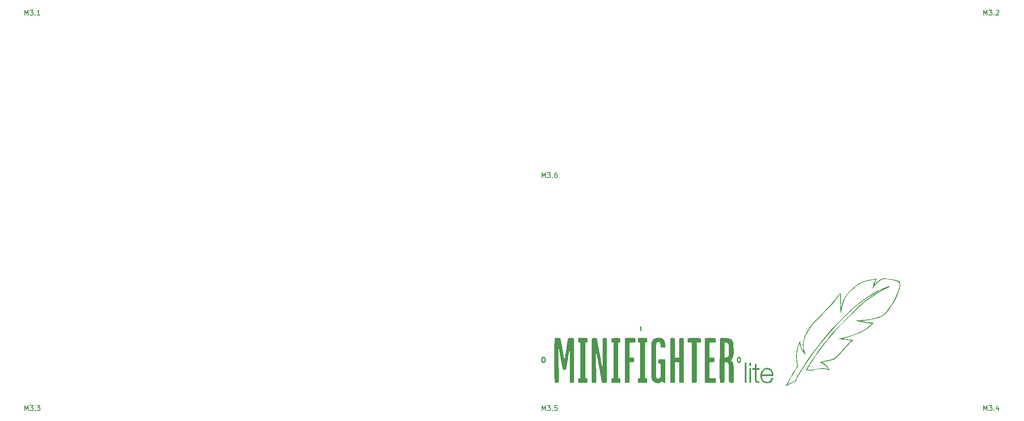
<source format=gbr>
%TF.GenerationSoftware,KiCad,Pcbnew,(6.0.4)*%
%TF.CreationDate,2022-06-27T13:40:26+01:00*%
%TF.ProjectId,MiniFighter Lite,4d696e69-4669-4676-9874-6572204c6974,rev?*%
%TF.SameCoordinates,Original*%
%TF.FileFunction,Legend,Top*%
%TF.FilePolarity,Positive*%
%FSLAX46Y46*%
G04 Gerber Fmt 4.6, Leading zero omitted, Abs format (unit mm)*
G04 Created by KiCad (PCBNEW (6.0.4)) date 2022-06-27 13:40:26*
%MOMM*%
%LPD*%
G01*
G04 APERTURE LIST*
%ADD10C,0.150000*%
%ADD11C,0.250000*%
G04 APERTURE END LIST*
D10*
%TO.C,M3.1*%
X128016190Y-86652380D02*
X128016190Y-85652380D01*
X128349523Y-86366666D01*
X128682857Y-85652380D01*
X128682857Y-86652380D01*
X129063809Y-85652380D02*
X129682857Y-85652380D01*
X129349523Y-86033333D01*
X129492380Y-86033333D01*
X129587619Y-86080952D01*
X129635238Y-86128571D01*
X129682857Y-86223809D01*
X129682857Y-86461904D01*
X129635238Y-86557142D01*
X129587619Y-86604761D01*
X129492380Y-86652380D01*
X129206666Y-86652380D01*
X129111428Y-86604761D01*
X129063809Y-86557142D01*
X130111428Y-86557142D02*
X130159047Y-86604761D01*
X130111428Y-86652380D01*
X130063809Y-86604761D01*
X130111428Y-86557142D01*
X130111428Y-86652380D01*
X131111428Y-86652380D02*
X130540000Y-86652380D01*
X130825714Y-86652380D02*
X130825714Y-85652380D01*
X130730476Y-85795238D01*
X130635238Y-85890476D01*
X130540000Y-85938095D01*
%TO.C,M3.4*%
X321056190Y-166432380D02*
X321056190Y-165432380D01*
X321389523Y-166146666D01*
X321722857Y-165432380D01*
X321722857Y-166432380D01*
X322103809Y-165432380D02*
X322722857Y-165432380D01*
X322389523Y-165813333D01*
X322532380Y-165813333D01*
X322627619Y-165860952D01*
X322675238Y-165908571D01*
X322722857Y-166003809D01*
X322722857Y-166241904D01*
X322675238Y-166337142D01*
X322627619Y-166384761D01*
X322532380Y-166432380D01*
X322246666Y-166432380D01*
X322151428Y-166384761D01*
X322103809Y-166337142D01*
X323151428Y-166337142D02*
X323199047Y-166384761D01*
X323151428Y-166432380D01*
X323103809Y-166384761D01*
X323151428Y-166337142D01*
X323151428Y-166432380D01*
X324056190Y-165765714D02*
X324056190Y-166432380D01*
X323818095Y-165384761D02*
X323580000Y-166099047D01*
X324199047Y-166099047D01*
%TO.C,M3.6*%
X232156190Y-119442380D02*
X232156190Y-118442380D01*
X232489523Y-119156666D01*
X232822857Y-118442380D01*
X232822857Y-119442380D01*
X233203809Y-118442380D02*
X233822857Y-118442380D01*
X233489523Y-118823333D01*
X233632380Y-118823333D01*
X233727619Y-118870952D01*
X233775238Y-118918571D01*
X233822857Y-119013809D01*
X233822857Y-119251904D01*
X233775238Y-119347142D01*
X233727619Y-119394761D01*
X233632380Y-119442380D01*
X233346666Y-119442380D01*
X233251428Y-119394761D01*
X233203809Y-119347142D01*
X234251428Y-119347142D02*
X234299047Y-119394761D01*
X234251428Y-119442380D01*
X234203809Y-119394761D01*
X234251428Y-119347142D01*
X234251428Y-119442380D01*
X235156190Y-118442380D02*
X234965714Y-118442380D01*
X234870476Y-118490000D01*
X234822857Y-118537619D01*
X234727619Y-118680476D01*
X234680000Y-118870952D01*
X234680000Y-119251904D01*
X234727619Y-119347142D01*
X234775238Y-119394761D01*
X234870476Y-119442380D01*
X235060952Y-119442380D01*
X235156190Y-119394761D01*
X235203809Y-119347142D01*
X235251428Y-119251904D01*
X235251428Y-119013809D01*
X235203809Y-118918571D01*
X235156190Y-118870952D01*
X235060952Y-118823333D01*
X234870476Y-118823333D01*
X234775238Y-118870952D01*
X234727619Y-118918571D01*
X234680000Y-119013809D01*
D11*
%TO.C,_*%
X252007619Y-150240952D02*
X252007619Y-149479047D01*
D10*
%TO.C,M3.3*%
X128016190Y-166432380D02*
X128016190Y-165432380D01*
X128349523Y-166146666D01*
X128682857Y-165432380D01*
X128682857Y-166432380D01*
X129063809Y-165432380D02*
X129682857Y-165432380D01*
X129349523Y-165813333D01*
X129492380Y-165813333D01*
X129587619Y-165860952D01*
X129635238Y-165908571D01*
X129682857Y-166003809D01*
X129682857Y-166241904D01*
X129635238Y-166337142D01*
X129587619Y-166384761D01*
X129492380Y-166432380D01*
X129206666Y-166432380D01*
X129111428Y-166384761D01*
X129063809Y-166337142D01*
X130111428Y-166337142D02*
X130159047Y-166384761D01*
X130111428Y-166432380D01*
X130063809Y-166384761D01*
X130111428Y-166337142D01*
X130111428Y-166432380D01*
X130492380Y-165432380D02*
X131111428Y-165432380D01*
X130778095Y-165813333D01*
X130920952Y-165813333D01*
X131016190Y-165860952D01*
X131063809Y-165908571D01*
X131111428Y-166003809D01*
X131111428Y-166241904D01*
X131063809Y-166337142D01*
X131016190Y-166384761D01*
X130920952Y-166432380D01*
X130635238Y-166432380D01*
X130540000Y-166384761D01*
X130492380Y-166337142D01*
D11*
%TO.C,0*%
X271732380Y-155662380D02*
X271827619Y-155662380D01*
X271922857Y-155710000D01*
X271970476Y-155757619D01*
X272018095Y-155852857D01*
X272065714Y-156043333D01*
X272065714Y-156281428D01*
X272018095Y-156471904D01*
X271970476Y-156567142D01*
X271922857Y-156614761D01*
X271827619Y-156662380D01*
X271732380Y-156662380D01*
X271637142Y-156614761D01*
X271589523Y-156567142D01*
X271541904Y-156471904D01*
X271494285Y-156281428D01*
X271494285Y-156043333D01*
X271541904Y-155852857D01*
X271589523Y-155757619D01*
X271637142Y-155710000D01*
X271732380Y-155662380D01*
D10*
%TO.C,M3.5*%
X232156190Y-166432380D02*
X232156190Y-165432380D01*
X232489523Y-166146666D01*
X232822857Y-165432380D01*
X232822857Y-166432380D01*
X233203809Y-165432380D02*
X233822857Y-165432380D01*
X233489523Y-165813333D01*
X233632380Y-165813333D01*
X233727619Y-165860952D01*
X233775238Y-165908571D01*
X233822857Y-166003809D01*
X233822857Y-166241904D01*
X233775238Y-166337142D01*
X233727619Y-166384761D01*
X233632380Y-166432380D01*
X233346666Y-166432380D01*
X233251428Y-166384761D01*
X233203809Y-166337142D01*
X234251428Y-166337142D02*
X234299047Y-166384761D01*
X234251428Y-166432380D01*
X234203809Y-166384761D01*
X234251428Y-166337142D01*
X234251428Y-166432380D01*
X235203809Y-165432380D02*
X234727619Y-165432380D01*
X234680000Y-165908571D01*
X234727619Y-165860952D01*
X234822857Y-165813333D01*
X235060952Y-165813333D01*
X235156190Y-165860952D01*
X235203809Y-165908571D01*
X235251428Y-166003809D01*
X235251428Y-166241904D01*
X235203809Y-166337142D01*
X235156190Y-166384761D01*
X235060952Y-166432380D01*
X234822857Y-166432380D01*
X234727619Y-166384761D01*
X234680000Y-166337142D01*
%TO.C,M3.2*%
X321056190Y-86652380D02*
X321056190Y-85652380D01*
X321389523Y-86366666D01*
X321722857Y-85652380D01*
X321722857Y-86652380D01*
X322103809Y-85652380D02*
X322722857Y-85652380D01*
X322389523Y-86033333D01*
X322532380Y-86033333D01*
X322627619Y-86080952D01*
X322675238Y-86128571D01*
X322722857Y-86223809D01*
X322722857Y-86461904D01*
X322675238Y-86557142D01*
X322627619Y-86604761D01*
X322532380Y-86652380D01*
X322246666Y-86652380D01*
X322151428Y-86604761D01*
X322103809Y-86557142D01*
X323151428Y-86557142D02*
X323199047Y-86604761D01*
X323151428Y-86652380D01*
X323103809Y-86604761D01*
X323151428Y-86557142D01*
X323151428Y-86652380D01*
X323580000Y-85747619D02*
X323627619Y-85700000D01*
X323722857Y-85652380D01*
X323960952Y-85652380D01*
X324056190Y-85700000D01*
X324103809Y-85747619D01*
X324151428Y-85842857D01*
X324151428Y-85938095D01*
X324103809Y-86080952D01*
X323532380Y-86652380D01*
X324151428Y-86652380D01*
D11*
%TO.C,O*%
X232314761Y-155662380D02*
X232505238Y-155662380D01*
X232600476Y-155710000D01*
X232695714Y-155805238D01*
X232743333Y-155995714D01*
X232743333Y-156329047D01*
X232695714Y-156519523D01*
X232600476Y-156614761D01*
X232505238Y-156662380D01*
X232314761Y-156662380D01*
X232219523Y-156614761D01*
X232124285Y-156519523D01*
X232076666Y-156329047D01*
X232076666Y-155995714D01*
X232124285Y-155805238D01*
X232219523Y-155710000D01*
X232314761Y-155662380D01*
%TO.C,_*%
G36*
X281599517Y-160731873D02*
G01*
X281825617Y-160316481D01*
X282086191Y-159854120D01*
X282367779Y-159369165D01*
X282656919Y-158885994D01*
X282875202Y-158532156D01*
X283550859Y-157453453D01*
X283413839Y-156471893D01*
X283328358Y-155496006D01*
X283363051Y-154606984D01*
X283522586Y-153767868D01*
X283811631Y-152941697D01*
X283879109Y-152788565D01*
X284113201Y-152273000D01*
X284178151Y-152779511D01*
X284245811Y-153152328D01*
X284347749Y-153534139D01*
X284468100Y-153878219D01*
X284590997Y-154137846D01*
X284677891Y-154251234D01*
X284731419Y-154268370D01*
X284747623Y-154182583D01*
X284727897Y-153968968D01*
X284703362Y-153795492D01*
X284677533Y-153108305D01*
X284788977Y-152349733D01*
X285031861Y-151538911D01*
X285400351Y-150694974D01*
X285888610Y-149837057D01*
X285930063Y-149772423D01*
X286111111Y-149506738D01*
X286322069Y-149227737D01*
X286577948Y-148918566D01*
X286893757Y-148562372D01*
X287284504Y-148142302D01*
X287765201Y-147641502D01*
X288350857Y-147043120D01*
X288453526Y-146939000D01*
X289211362Y-146163159D01*
X289856612Y-145484348D01*
X290403022Y-144886839D01*
X290864334Y-144354903D01*
X291254296Y-143872814D01*
X291586650Y-143424842D01*
X291804774Y-143104248D01*
X292004144Y-142848133D01*
X292161802Y-142753466D01*
X292277967Y-142820774D01*
X292352857Y-143050587D01*
X292386690Y-143443431D01*
X292379683Y-143999837D01*
X292354287Y-144436139D01*
X292326652Y-144855685D01*
X292307693Y-145210189D01*
X292298785Y-145467750D01*
X292301304Y-145596461D01*
X292303915Y-145604804D01*
X292340989Y-145545467D01*
X292411370Y-145360429D01*
X292501291Y-145086647D01*
X292521937Y-145019467D01*
X292819075Y-144207363D01*
X293200894Y-143479053D01*
X293695556Y-142787214D01*
X294169479Y-142251244D01*
X294997303Y-141480854D01*
X295867685Y-140862722D01*
X296770991Y-140403115D01*
X297302124Y-140212886D01*
X297598699Y-140133411D01*
X297982480Y-140045397D01*
X298406744Y-139957852D01*
X298824770Y-139879786D01*
X299189835Y-139820206D01*
X299455218Y-139788121D01*
X299521356Y-139785007D01*
X299539070Y-139851505D01*
X299479302Y-140028949D01*
X299382248Y-140229166D01*
X299197004Y-140590845D01*
X299103497Y-140813706D01*
X299103596Y-140902454D01*
X299199175Y-140861791D01*
X299392103Y-140696422D01*
X299519602Y-140574360D01*
X299820907Y-140310792D01*
X300150279Y-140069613D01*
X300438339Y-139901443D01*
X300448104Y-139896912D01*
X300664856Y-139803001D01*
X300843888Y-139749613D01*
X301036104Y-139732364D01*
X301292407Y-139746871D01*
X301663702Y-139788748D01*
X301680394Y-139790776D01*
X302245568Y-139874876D01*
X302824350Y-139987614D01*
X303360416Y-140116472D01*
X303797443Y-140248935D01*
X303881534Y-140279948D01*
X304112342Y-140453976D01*
X304239940Y-140750188D01*
X304267065Y-141158673D01*
X304196450Y-141669516D01*
X304030831Y-142272807D01*
X303772943Y-142958633D01*
X303425521Y-143717080D01*
X302991300Y-144538238D01*
X302473014Y-145412192D01*
X302459465Y-145433895D01*
X302035383Y-146064196D01*
X301606195Y-146591117D01*
X301150402Y-147026157D01*
X300646505Y-147380815D01*
X300073007Y-147666592D01*
X299408410Y-147894988D01*
X298631215Y-148077502D01*
X297719924Y-148225634D01*
X297095333Y-148303306D01*
X296545000Y-148365809D01*
X297010666Y-148476327D01*
X297330570Y-148538016D01*
X297736087Y-148596786D01*
X298143738Y-148640665D01*
X298174833Y-148643246D01*
X298494513Y-148675675D01*
X298737284Y-148712899D01*
X298863795Y-148748401D01*
X298873333Y-148758935D01*
X298812772Y-148852392D01*
X298651809Y-149024102D01*
X298421526Y-149245615D01*
X298153004Y-149488479D01*
X297877324Y-149724241D01*
X297625567Y-149924452D01*
X297504806Y-150011675D01*
X296889868Y-150382457D01*
X296135755Y-150755054D01*
X295272046Y-151117267D01*
X294328317Y-151456899D01*
X293334146Y-151761749D01*
X293116000Y-151821752D01*
X292735000Y-151924387D01*
X294915306Y-152188333D01*
X294402238Y-152586074D01*
X294177487Y-152784382D01*
X293876541Y-153084395D01*
X293528548Y-153455239D01*
X293162656Y-153866042D01*
X292882013Y-154196240D01*
X292448855Y-154712302D01*
X292099398Y-155113852D01*
X291813755Y-155420332D01*
X291572041Y-155651185D01*
X291354372Y-155825852D01*
X291140860Y-155963775D01*
X290991381Y-156044723D01*
X290752173Y-156141882D01*
X290380526Y-156261976D01*
X289910193Y-156395469D01*
X289374925Y-156532822D01*
X288808474Y-156664498D01*
X288761842Y-156674715D01*
X288514018Y-156728750D01*
X288937766Y-156970763D01*
X289307284Y-157224219D01*
X289625890Y-157521356D01*
X289855945Y-157822569D01*
X289949944Y-158035829D01*
X289978310Y-158207810D01*
X289968700Y-158284854D01*
X289876475Y-158279451D01*
X289669002Y-158231385D01*
X289400655Y-158153911D01*
X288967993Y-158042200D01*
X288568233Y-157998519D01*
X288143598Y-158022727D01*
X287636311Y-158114682D01*
X287485666Y-158149217D01*
X287114717Y-158233652D01*
X286759834Y-158309033D01*
X286490337Y-158360711D01*
X286463290Y-158365233D01*
X286227976Y-158377152D01*
X285947420Y-158355348D01*
X285671569Y-158308909D01*
X285450373Y-158246924D01*
X285333781Y-158178479D01*
X285326666Y-158158432D01*
X285371335Y-158062594D01*
X285495144Y-157850097D01*
X285682795Y-157544840D01*
X285918992Y-157170717D01*
X286188437Y-156751625D01*
X286475832Y-156311461D01*
X286765881Y-155874119D01*
X287043286Y-155463498D01*
X287167294Y-155283145D01*
X287656545Y-154594071D01*
X288224375Y-153823476D01*
X288836521Y-153016099D01*
X289458722Y-152216674D01*
X290056716Y-151469940D01*
X290477722Y-150960666D01*
X290778734Y-150616264D01*
X291176870Y-150181045D01*
X291654086Y-149673182D01*
X292192339Y-149110846D01*
X292773583Y-148512209D01*
X293379775Y-147895443D01*
X293992871Y-147278719D01*
X294594825Y-146680210D01*
X295167595Y-146118087D01*
X295693136Y-145610521D01*
X296153403Y-145175685D01*
X296530353Y-144831750D01*
X296759387Y-144634601D01*
X297263309Y-144237568D01*
X297844153Y-143808345D01*
X298457691Y-143377497D01*
X299059697Y-142975591D01*
X299605944Y-142633192D01*
X299910500Y-142456830D01*
X300222649Y-142279191D01*
X300411752Y-142161055D01*
X300471635Y-142108024D01*
X300396121Y-142125698D01*
X300179037Y-142219680D01*
X300164500Y-142226416D01*
X299276349Y-142686174D01*
X298313196Y-143271052D01*
X297294583Y-143965691D01*
X296240056Y-144754732D01*
X295169158Y-145622814D01*
X294101434Y-146554579D01*
X293056428Y-147534668D01*
X292053684Y-148547719D01*
X291860287Y-148752549D01*
X290971909Y-149723142D01*
X290080682Y-150738661D01*
X289197846Y-151783995D01*
X288334639Y-152844031D01*
X287502298Y-153903657D01*
X286712064Y-154947760D01*
X285975174Y-155961230D01*
X285302866Y-156928953D01*
X284706379Y-157835817D01*
X284196952Y-158666710D01*
X283785823Y-159406520D01*
X283508886Y-159982567D01*
X283385214Y-160248481D01*
X283265971Y-160424355D01*
X283103820Y-160556493D01*
X282851418Y-160691197D01*
X282721085Y-160753116D01*
X282355994Y-160932769D01*
X281976847Y-161132118D01*
X281707166Y-161283996D01*
X281476559Y-161406789D01*
X281315881Y-161465838D01*
X281262666Y-161452454D01*
X281304581Y-161324236D01*
X281406803Y-161106855D01*
X281646339Y-161106855D01*
X281659284Y-161105495D01*
X281761297Y-161055211D01*
X281976931Y-160948040D01*
X282268344Y-160802806D01*
X282429369Y-160722433D01*
X283130404Y-160372354D01*
X283595424Y-159457151D01*
X283908051Y-158884796D01*
X284316274Y-158204935D01*
X284805435Y-157438585D01*
X285360880Y-156606764D01*
X285967952Y-155730490D01*
X286611996Y-154830781D01*
X287278355Y-153928654D01*
X287952373Y-153045128D01*
X288619395Y-152201221D01*
X288870681Y-151892000D01*
X290099364Y-150443966D01*
X291353954Y-149064171D01*
X292622342Y-147763297D01*
X293892413Y-146552023D01*
X295152057Y-145441033D01*
X296389161Y-144441007D01*
X297591613Y-143562627D01*
X298747301Y-142816575D01*
X299844112Y-142213532D01*
X299847000Y-142212099D01*
X300314295Y-141989297D01*
X300780381Y-141783168D01*
X301218414Y-141603888D01*
X301601553Y-141461632D01*
X301902955Y-141366578D01*
X302095780Y-141328901D01*
X302149422Y-141339200D01*
X302175159Y-141364306D01*
X302179895Y-141389226D01*
X302143075Y-141426514D01*
X302044143Y-141488725D01*
X301862543Y-141588414D01*
X301577717Y-141738135D01*
X301169110Y-141950442D01*
X301032333Y-142021456D01*
X300056876Y-142563703D01*
X299047055Y-143189715D01*
X298056407Y-143863607D01*
X297138470Y-144549494D01*
X296587333Y-145000836D01*
X296161362Y-145377762D01*
X295645113Y-145854753D01*
X295063192Y-146407468D01*
X294440199Y-147011568D01*
X293800739Y-147642712D01*
X293169414Y-148276560D01*
X292570828Y-148888773D01*
X292029583Y-149455011D01*
X291570283Y-149950933D01*
X291461685Y-150071666D01*
X290884306Y-150735879D01*
X290249100Y-151496344D01*
X289591994Y-152308301D01*
X288948917Y-153126991D01*
X288355795Y-153907656D01*
X288063598Y-154305000D01*
X287695788Y-154819223D01*
X287321138Y-155355459D01*
X286952450Y-155894159D01*
X286602524Y-156415778D01*
X286284165Y-156900767D01*
X286010173Y-157329579D01*
X285793352Y-157682669D01*
X285646502Y-157940488D01*
X285582426Y-158083490D01*
X285580666Y-158096084D01*
X285657688Y-158159466D01*
X285862378Y-158195646D01*
X286155171Y-158204012D01*
X286496501Y-158183950D01*
X286846804Y-158134847D01*
X286935333Y-158117062D01*
X287519784Y-157993870D01*
X287974935Y-157908668D01*
X288336269Y-157860458D01*
X288639267Y-157848242D01*
X288919414Y-157871021D01*
X289212193Y-157927797D01*
X289553086Y-158017573D01*
X289636060Y-158041081D01*
X289839120Y-158098985D01*
X289683849Y-157836132D01*
X289500959Y-157593944D01*
X289232546Y-157359075D01*
X288850110Y-157109171D01*
X288524918Y-156927026D01*
X288040170Y-156666970D01*
X289103549Y-156434628D01*
X289730798Y-156292199D01*
X290222159Y-156163821D01*
X290608717Y-156035383D01*
X290921558Y-155892774D01*
X291191770Y-155721882D01*
X291450437Y-155508596D01*
X291721205Y-155246350D01*
X292025793Y-154924374D01*
X292383908Y-154525358D01*
X292745353Y-154106107D01*
X292991205Y-153809129D01*
X293292401Y-153451579D01*
X293601268Y-153109884D01*
X293879803Y-152824736D01*
X294075368Y-152648299D01*
X294293638Y-152469330D01*
X294392545Y-152366158D01*
X294387436Y-152311975D01*
X294293654Y-152279973D01*
X294287035Y-152278501D01*
X294139282Y-152254440D01*
X293863588Y-152216529D01*
X293500305Y-152169671D01*
X293089784Y-152118767D01*
X292672377Y-152068718D01*
X292288434Y-152024426D01*
X291978309Y-151990793D01*
X291782351Y-151972720D01*
X291757918Y-151971290D01*
X291785150Y-151953219D01*
X291950912Y-151908021D01*
X292227845Y-151842544D01*
X292583210Y-151764772D01*
X293645053Y-151503892D01*
X294665430Y-151183851D01*
X295621816Y-150814881D01*
X296491683Y-150407211D01*
X297252504Y-149971071D01*
X297881754Y-149516693D01*
X298221261Y-149204317D01*
X298542856Y-148870806D01*
X297800203Y-148766914D01*
X297379816Y-148700984D01*
X296922330Y-148617564D01*
X296464923Y-148524767D01*
X296044779Y-148430707D01*
X295699076Y-148343497D01*
X295464996Y-148271250D01*
X295402000Y-148243594D01*
X295418773Y-148210562D01*
X295586356Y-148185989D01*
X295886348Y-148171846D01*
X296096163Y-148169241D01*
X296992483Y-148134873D01*
X297881017Y-148041809D01*
X298726134Y-147896755D01*
X299492200Y-147706416D01*
X300143586Y-147477497D01*
X300397333Y-147359843D01*
X300906464Y-147020783D01*
X301429700Y-146519739D01*
X301962183Y-145862998D01*
X302499054Y-145056845D01*
X303035457Y-144107565D01*
X303274587Y-143637000D01*
X303570155Y-143018199D01*
X303788994Y-142512340D01*
X303942615Y-142087839D01*
X304042533Y-141713115D01*
X304097634Y-141379244D01*
X304114071Y-140960085D01*
X304042239Y-140666436D01*
X303874947Y-140475150D01*
X303803940Y-140433697D01*
X303503903Y-140317822D01*
X303073290Y-140198583D01*
X302550412Y-140084884D01*
X301973580Y-139985626D01*
X301723934Y-139950319D01*
X301344648Y-139905367D01*
X301078549Y-139891926D01*
X300872010Y-139912397D01*
X300671407Y-139969180D01*
X300584143Y-140001325D01*
X300326244Y-140144067D01*
X300004391Y-140385453D01*
X299657137Y-140689345D01*
X299323035Y-141019605D01*
X299040636Y-141340095D01*
X298848492Y-141614676D01*
X298833646Y-141642214D01*
X298732779Y-141811108D01*
X298662583Y-141882100D01*
X298654198Y-141879753D01*
X298656556Y-141781858D01*
X298706665Y-141568433D01*
X298791020Y-141281813D01*
X298896118Y-140964333D01*
X299008455Y-140658331D01*
X299114529Y-140406142D01*
X299142778Y-140347962D01*
X299236941Y-140142713D01*
X299278538Y-140010221D01*
X299275867Y-139989644D01*
X299172637Y-139982126D01*
X298942939Y-140009539D01*
X298624210Y-140064291D01*
X298253890Y-140138788D01*
X297869415Y-140225437D01*
X297508224Y-140316643D01*
X297207754Y-140404813D01*
X297174447Y-140415879D01*
X296320837Y-140785401D01*
X295488481Y-141298953D01*
X294706309Y-141931409D01*
X294003251Y-142657638D01*
X293408235Y-143452514D01*
X293124966Y-143933333D01*
X292751228Y-144800395D01*
X292521014Y-145710098D01*
X292463731Y-146173374D01*
X292410863Y-146847082D01*
X292289870Y-146512041D01*
X292244483Y-146344835D01*
X292214581Y-146121993D01*
X292199078Y-145817296D01*
X292196888Y-145404525D01*
X292206925Y-144857462D01*
X292212607Y-144647481D01*
X292223130Y-144150567D01*
X292225529Y-143709002D01*
X292220201Y-143351967D01*
X292207547Y-143108645D01*
X292190188Y-143010934D01*
X292113884Y-143008592D01*
X291972350Y-143150302D01*
X291761707Y-143439785D01*
X291513863Y-143795783D01*
X291254614Y-144144021D01*
X290968629Y-144501909D01*
X290640575Y-144886859D01*
X290255118Y-145316281D01*
X289796927Y-145807585D01*
X289250668Y-146378183D01*
X288601009Y-147045485D01*
X288456419Y-147193000D01*
X287964073Y-147699590D01*
X287496804Y-148189332D01*
X287071539Y-148643805D01*
X286705205Y-149044589D01*
X286414731Y-149373263D01*
X286217044Y-149611407D01*
X286150890Y-149701829D01*
X285849197Y-150201090D01*
X285552073Y-150760065D01*
X285287375Y-151321690D01*
X285082961Y-151828907D01*
X285019642Y-152019000D01*
X284914986Y-152512057D01*
X284866061Y-153079901D01*
X284872071Y-153664660D01*
X284932222Y-154208465D01*
X285045716Y-154653445D01*
X285056250Y-154680953D01*
X285148422Y-154932647D01*
X285201120Y-155113055D01*
X285205291Y-155174264D01*
X285143240Y-155129648D01*
X285014540Y-154981838D01*
X284847247Y-154768012D01*
X284669416Y-154525351D01*
X284509102Y-154291033D01*
X284394361Y-154102237D01*
X284389624Y-154093333D01*
X284306017Y-153895529D01*
X284206973Y-153606985D01*
X284139751Y-153381304D01*
X284001212Y-152880941D01*
X283865955Y-153218981D01*
X283737862Y-153612701D01*
X283620695Y-154101692D01*
X283528170Y-154614786D01*
X283474007Y-155080814D01*
X283465551Y-155296263D01*
X283478634Y-155577103D01*
X283512501Y-155963197D01*
X283561234Y-156392584D01*
X283592925Y-156629656D01*
X283718748Y-157514980D01*
X283410335Y-157979483D01*
X283142378Y-158393305D01*
X282864578Y-158840228D01*
X282588864Y-159298960D01*
X282327163Y-159748205D01*
X282091404Y-160166671D01*
X281893514Y-160533063D01*
X281745421Y-160826087D01*
X281659053Y-161024449D01*
X281646339Y-161106855D01*
X281406803Y-161106855D01*
X281421351Y-161075917D01*
X281599517Y-160731873D01*
G37*
%TO.C,0*%
G36*
X273281088Y-160853305D02*
G01*
X272949062Y-160853305D01*
X272949062Y-156774127D01*
X273281088Y-156774127D01*
X273281088Y-160853305D01*
G37*
G36*
X274229734Y-157461895D02*
G01*
X273897708Y-157461895D01*
X273897708Y-156774127D01*
X274229734Y-156774127D01*
X274229734Y-157461895D01*
G37*
G36*
X275344394Y-157888786D02*
G01*
X275961014Y-157888786D01*
X275961014Y-158173380D01*
X275342583Y-158173380D01*
X275349418Y-159262613D01*
X275351080Y-159518308D01*
X275352711Y-159730866D01*
X275354519Y-159904583D01*
X275356714Y-160043754D01*
X275359505Y-160152674D01*
X275363102Y-160235637D01*
X275367715Y-160296939D01*
X275373553Y-160340876D01*
X275380825Y-160371741D01*
X275389742Y-160393831D01*
X275400511Y-160411440D01*
X275405817Y-160418775D01*
X275466211Y-160482052D01*
X275542264Y-160523139D01*
X275644317Y-160545824D01*
X275774323Y-160553774D01*
X275960599Y-160556853D01*
X275960806Y-160705079D01*
X275961014Y-160853305D01*
X275789071Y-160850706D01*
X275685128Y-160846409D01*
X275583801Y-160837765D01*
X275513531Y-160827748D01*
X275388125Y-160791735D01*
X275274295Y-160738348D01*
X275186161Y-160674993D01*
X275154331Y-160639391D01*
X275125429Y-160597942D01*
X275101200Y-160558778D01*
X275081198Y-160517437D01*
X275064978Y-160469458D01*
X275052095Y-160410378D01*
X275042103Y-160335736D01*
X275034555Y-160241069D01*
X275029007Y-160121915D01*
X275025014Y-159973813D01*
X275022128Y-159792300D01*
X275019906Y-159572915D01*
X275017901Y-159311195D01*
X275017607Y-159270252D01*
X275009762Y-158173380D01*
X274490612Y-158173380D01*
X274490612Y-157888786D01*
X275012367Y-157888786D01*
X275012367Y-156987572D01*
X275344394Y-156987572D01*
X275344394Y-157888786D01*
G37*
G36*
X276207259Y-158801158D02*
G01*
X276279182Y-158634041D01*
X276379643Y-158464359D01*
X276430616Y-158390281D01*
X276592207Y-158190602D01*
X276762197Y-158035959D01*
X276944486Y-157924168D01*
X277142978Y-157853045D01*
X277361575Y-157820407D01*
X277454012Y-157817637D01*
X277703292Y-157838817D01*
X277930868Y-157900902D01*
X278134870Y-158001710D01*
X278313430Y-158139061D01*
X278464677Y-158310771D01*
X278586742Y-158514661D01*
X278677754Y-158748548D01*
X278735843Y-159010251D01*
X278759141Y-159297588D01*
X278759520Y-159340778D01*
X278759520Y-159454052D01*
X276435337Y-159454052D01*
X276435337Y-159545123D01*
X276445981Y-159654006D01*
X276474507Y-159786771D01*
X276515800Y-159925811D01*
X276564747Y-160053523D01*
X276607714Y-160138625D01*
X276740043Y-160320345D01*
X276894149Y-160459955D01*
X277069474Y-160557188D01*
X277265461Y-160611781D01*
X277481555Y-160623469D01*
X277602849Y-160612342D01*
X277805209Y-160561863D01*
X277985052Y-160471244D01*
X278138692Y-160343878D01*
X278262445Y-160183158D01*
X278352626Y-159992476D01*
X278382001Y-159894922D01*
X278409408Y-159786078D01*
X278731597Y-159786078D01*
X278699408Y-159924058D01*
X278622942Y-160174124D01*
X278518506Y-160386326D01*
X278385002Y-160561888D01*
X278221333Y-160702032D01*
X278026400Y-160807982D01*
X277852236Y-160867593D01*
X277733874Y-160890649D01*
X277587384Y-160906193D01*
X277431515Y-160913343D01*
X277285019Y-160911220D01*
X277170537Y-160899627D01*
X276998762Y-160851589D01*
X276821950Y-160769865D01*
X276656112Y-160663275D01*
X276517259Y-160540639D01*
X276515480Y-160538740D01*
X276370395Y-160356505D01*
X276260725Y-160156298D01*
X276184754Y-159933114D01*
X276140764Y-159681951D01*
X276127027Y-159406620D01*
X276134751Y-159175496D01*
X276138594Y-159145742D01*
X276441914Y-159145742D01*
X278427493Y-159145742D01*
X278427493Y-159091434D01*
X278411482Y-158964872D01*
X278367606Y-158819312D01*
X278302103Y-158668722D01*
X278221212Y-158527071D01*
X278131169Y-158408329D01*
X278114496Y-158390493D01*
X277960734Y-158263253D01*
X277787837Y-158173869D01*
X277602977Y-158122540D01*
X277413326Y-158109468D01*
X277226054Y-158134853D01*
X277048332Y-158198898D01*
X276887332Y-158301803D01*
X276828653Y-158354450D01*
X276697143Y-158510981D01*
X276584736Y-158696823D01*
X276499818Y-158895791D01*
X276452519Y-159080523D01*
X276441914Y-159145742D01*
X276138594Y-159145742D01*
X276160305Y-158977659D01*
X276207259Y-158801158D01*
G37*
G36*
X274229734Y-160853305D02*
G01*
X273897708Y-160853305D01*
X273897708Y-157888786D01*
X274229734Y-157888786D01*
X274229734Y-160853305D01*
G37*
%TO.C,O*%
G36*
X258552064Y-151798805D02*
G01*
X258680327Y-151805078D01*
X258786911Y-151816002D01*
X258859497Y-151831518D01*
X258881955Y-151843349D01*
X258890225Y-151856046D01*
X258897362Y-151878895D01*
X258903450Y-151915616D01*
X258908568Y-151969932D01*
X258912799Y-152045565D01*
X258916224Y-152146236D01*
X258918924Y-152275668D01*
X258920980Y-152437582D01*
X258922475Y-152635700D01*
X258923489Y-152873744D01*
X258924103Y-153155436D01*
X258924400Y-153484497D01*
X258924463Y-153787641D01*
X258924544Y-154156246D01*
X258924846Y-154474502D01*
X258925454Y-154746159D01*
X258926457Y-154974969D01*
X258927939Y-155164682D01*
X258929989Y-155319048D01*
X258932693Y-155441819D01*
X258936136Y-155536745D01*
X258940407Y-155607577D01*
X258945591Y-155658066D01*
X258951776Y-155691962D01*
X258959047Y-155713016D01*
X258967492Y-155724979D01*
X258969255Y-155726550D01*
X259016152Y-155743070D01*
X259102994Y-155755155D01*
X259216798Y-155762769D01*
X259344579Y-155765880D01*
X259473353Y-155764456D01*
X259590137Y-155758463D01*
X259681946Y-155747867D01*
X259735796Y-155732636D01*
X259741402Y-155728519D01*
X259748455Y-155711691D01*
X259754647Y-155674052D01*
X259760047Y-155612338D01*
X259764728Y-155523284D01*
X259768760Y-155403625D01*
X259772213Y-155250096D01*
X259775159Y-155059432D01*
X259777667Y-154828369D01*
X259779809Y-154553642D01*
X259781655Y-154231986D01*
X259783275Y-153860136D01*
X259783573Y-153780915D01*
X259785010Y-153411456D01*
X259786475Y-153092359D01*
X259788070Y-152819885D01*
X259789894Y-152590296D01*
X259792050Y-152399853D01*
X259794637Y-152244818D01*
X259797757Y-152121453D01*
X259801511Y-152026019D01*
X259805999Y-151954777D01*
X259811322Y-151903990D01*
X259817582Y-151869918D01*
X259824878Y-151848824D01*
X259833313Y-151836969D01*
X259836081Y-151834654D01*
X259880942Y-151821383D01*
X259967375Y-151811262D01*
X260082935Y-151804377D01*
X260215180Y-151800814D01*
X260351669Y-151800656D01*
X260479958Y-151803991D01*
X260587604Y-151810902D01*
X260662166Y-151821474D01*
X260684494Y-151828844D01*
X260691260Y-151833364D01*
X260697416Y-151840982D01*
X260702991Y-151854153D01*
X260708014Y-151875331D01*
X260712514Y-151906971D01*
X260716519Y-151951527D01*
X260720058Y-152011453D01*
X260723160Y-152089204D01*
X260725854Y-152187234D01*
X260728168Y-152307998D01*
X260730131Y-152453950D01*
X260731773Y-152627544D01*
X260733121Y-152831236D01*
X260734205Y-153067479D01*
X260735054Y-153338728D01*
X260735696Y-153647438D01*
X260736159Y-153996062D01*
X260736474Y-154387056D01*
X260736668Y-154822873D01*
X260736771Y-155305968D01*
X260736810Y-155838796D01*
X260736816Y-156290170D01*
X260736780Y-156867342D01*
X260736657Y-157392829D01*
X260736424Y-157869046D01*
X260736058Y-158298408D01*
X260735536Y-158683332D01*
X260734836Y-159026232D01*
X260733933Y-159329522D01*
X260732806Y-159595620D01*
X260731431Y-159826938D01*
X260729786Y-160025894D01*
X260727847Y-160194902D01*
X260725592Y-160336377D01*
X260722997Y-160452735D01*
X260720040Y-160546390D01*
X260716698Y-160619759D01*
X260712947Y-160675255D01*
X260708765Y-160715295D01*
X260704130Y-160742294D01*
X260699017Y-160758666D01*
X260694309Y-160766002D01*
X260667152Y-160783564D01*
X260621017Y-160795721D01*
X260547235Y-160803347D01*
X260437140Y-160807317D01*
X260282065Y-160808507D01*
X260273255Y-160808509D01*
X260130641Y-160806565D01*
X260004880Y-160801227D01*
X259907385Y-160793236D01*
X259849568Y-160783334D01*
X259842386Y-160780508D01*
X259832490Y-160773882D01*
X259823927Y-160762880D01*
X259816600Y-160743801D01*
X259810414Y-160712946D01*
X259805271Y-160666616D01*
X259801076Y-160601111D01*
X259797733Y-160512731D01*
X259795144Y-160397778D01*
X259793214Y-160252551D01*
X259791846Y-160073351D01*
X259790944Y-159856479D01*
X259790411Y-159598234D01*
X259790152Y-159294919D01*
X259790069Y-158942833D01*
X259790064Y-158771298D01*
X259789963Y-158392260D01*
X259789610Y-158063657D01*
X259788930Y-157781822D01*
X259787846Y-157543090D01*
X259786283Y-157343795D01*
X259784165Y-157180271D01*
X259781418Y-157048853D01*
X259777964Y-156945875D01*
X259773729Y-156867670D01*
X259768637Y-156810575D01*
X259762612Y-156770921D01*
X259755580Y-156745045D01*
X259747955Y-156729970D01*
X259727820Y-156705544D01*
X259701268Y-156688812D01*
X259658656Y-156678324D01*
X259590341Y-156672634D01*
X259486680Y-156670293D01*
X259347614Y-156669851D01*
X259172177Y-156672299D01*
X259049050Y-156679729D01*
X258976661Y-156692272D01*
X258956923Y-156702311D01*
X258950431Y-156721869D01*
X258944782Y-156768547D01*
X258939931Y-156845131D01*
X258935833Y-156954410D01*
X258932443Y-157099170D01*
X258929717Y-157282199D01*
X258927610Y-157506284D01*
X258926078Y-157774212D01*
X258925076Y-158088772D01*
X258924559Y-158452750D01*
X258924463Y-158729532D01*
X258924463Y-160724292D01*
X258864344Y-160766401D01*
X258809432Y-160785208D01*
X258714129Y-160799053D01*
X258591476Y-160807877D01*
X258454516Y-160811623D01*
X258316292Y-160810235D01*
X258189847Y-160803655D01*
X258088224Y-160791827D01*
X258024466Y-160774692D01*
X258016693Y-160770115D01*
X258009899Y-160764259D01*
X258003717Y-160755449D01*
X257998119Y-160741222D01*
X257993076Y-160719116D01*
X257988559Y-160686669D01*
X257984539Y-160641420D01*
X257980987Y-160580905D01*
X257977874Y-160502663D01*
X257975171Y-160404232D01*
X257972849Y-160283149D01*
X257970880Y-160136953D01*
X257969234Y-159963180D01*
X257967882Y-159759370D01*
X257966796Y-159523060D01*
X257965946Y-159251787D01*
X257965304Y-158943091D01*
X257964840Y-158594507D01*
X257964526Y-158203576D01*
X257964332Y-157767833D01*
X257964230Y-157284817D01*
X257964191Y-156752067D01*
X257964186Y-156304676D01*
X257964196Y-155731799D01*
X257964247Y-155210559D01*
X257964367Y-154738496D01*
X257964586Y-154313147D01*
X257964931Y-153932049D01*
X257965433Y-153592740D01*
X257966120Y-153292759D01*
X257967021Y-153029643D01*
X257968165Y-152800930D01*
X257969581Y-152604157D01*
X257971298Y-152436864D01*
X257973345Y-152296587D01*
X257975750Y-152180865D01*
X257978544Y-152087235D01*
X257981754Y-152013235D01*
X257985410Y-151956403D01*
X257989540Y-151914278D01*
X257994174Y-151884396D01*
X257999341Y-151864295D01*
X258005069Y-151851515D01*
X258011387Y-151843591D01*
X258016693Y-151839236D01*
X258068580Y-151821381D01*
X258160379Y-151808469D01*
X258279771Y-151800442D01*
X258414439Y-151797240D01*
X258552064Y-151798805D01*
G37*
G36*
X238013523Y-151801129D02*
G01*
X238165519Y-151803538D01*
X238306511Y-151807587D01*
X238425836Y-151813168D01*
X238512831Y-151820170D01*
X238556832Y-151828483D01*
X238557551Y-151828844D01*
X238564317Y-151833364D01*
X238570473Y-151840982D01*
X238576048Y-151854153D01*
X238581071Y-151875331D01*
X238585570Y-151906971D01*
X238589575Y-151951527D01*
X238593114Y-152011453D01*
X238596216Y-152089204D01*
X238598910Y-152187234D01*
X238601224Y-152307998D01*
X238603188Y-152453950D01*
X238604829Y-152627544D01*
X238606178Y-152831236D01*
X238607262Y-153067479D01*
X238608110Y-153338728D01*
X238608752Y-153647438D01*
X238609216Y-153996062D01*
X238609530Y-154387056D01*
X238609725Y-154822873D01*
X238609827Y-155305968D01*
X238609867Y-155838796D01*
X238609873Y-156290170D01*
X238609837Y-156867342D01*
X238609714Y-157392829D01*
X238609481Y-157869046D01*
X238609115Y-158298408D01*
X238608593Y-158683332D01*
X238607892Y-159026232D01*
X238606990Y-159329522D01*
X238605863Y-159595620D01*
X238604488Y-159826938D01*
X238602842Y-160025894D01*
X238600904Y-160194902D01*
X238598648Y-160336377D01*
X238596053Y-160452735D01*
X238593096Y-160546390D01*
X238589754Y-160619759D01*
X238586004Y-160675255D01*
X238581822Y-160715295D01*
X238577186Y-160742294D01*
X238572073Y-160758666D01*
X238567365Y-160766002D01*
X238517796Y-160787626D01*
X238427997Y-160802614D01*
X238311421Y-160811050D01*
X238181518Y-160813020D01*
X238051740Y-160808608D01*
X237935538Y-160797898D01*
X237846365Y-160780976D01*
X237801123Y-160761172D01*
X237743782Y-160713834D01*
X237776227Y-157272357D01*
X237780108Y-156845233D01*
X237783570Y-156433085D01*
X237786598Y-156039146D01*
X237789180Y-155666651D01*
X237791303Y-155318832D01*
X237792954Y-154998924D01*
X237794121Y-154710161D01*
X237794790Y-154455775D01*
X237794949Y-154239001D01*
X237794585Y-154063072D01*
X237793685Y-153931222D01*
X237792235Y-153846685D01*
X237790224Y-153812695D01*
X237789997Y-153812205D01*
X237759633Y-153806120D01*
X237755790Y-153809060D01*
X237748968Y-153837528D01*
X237733894Y-153915329D01*
X237711272Y-154038443D01*
X237681806Y-154202849D01*
X237646201Y-154404528D01*
X237605161Y-154639458D01*
X237559390Y-154903621D01*
X237509593Y-155192994D01*
X237456473Y-155503558D01*
X237400735Y-155831293D01*
X237377101Y-155970810D01*
X237320482Y-156304941D01*
X237266273Y-156623923D01*
X237215173Y-156923695D01*
X237167882Y-157200194D01*
X237125100Y-157449360D01*
X237087526Y-157667130D01*
X237055860Y-157849443D01*
X237030802Y-157992237D01*
X237013051Y-158091450D01*
X237003307Y-158143021D01*
X237001799Y-158149424D01*
X236961814Y-158186202D01*
X236882376Y-158212593D01*
X236777195Y-158228239D01*
X236659980Y-158232782D01*
X236544443Y-158225863D01*
X236444292Y-158207123D01*
X236373237Y-158176206D01*
X236361257Y-158166165D01*
X236350150Y-158147922D01*
X236336853Y-158111531D01*
X236320755Y-158053855D01*
X236301243Y-157971754D01*
X236277705Y-157862090D01*
X236249531Y-157721725D01*
X236216108Y-157547521D01*
X236176825Y-157336339D01*
X236131070Y-157085041D01*
X236078231Y-156790488D01*
X236017698Y-156449543D01*
X235948857Y-156059066D01*
X235933063Y-155969198D01*
X235874334Y-155635760D01*
X235818034Y-155317815D01*
X235764892Y-155019377D01*
X235715636Y-154744460D01*
X235670995Y-154497077D01*
X235631697Y-154281244D01*
X235598473Y-154100974D01*
X235572049Y-153960281D01*
X235553156Y-153863179D01*
X235542521Y-153813682D01*
X235540698Y-153808061D01*
X235528958Y-153800092D01*
X235518707Y-153803216D01*
X235509893Y-153820471D01*
X235502466Y-153854893D01*
X235496372Y-153909522D01*
X235491562Y-153987395D01*
X235487983Y-154091549D01*
X235485583Y-154225023D01*
X235484310Y-154390854D01*
X235484114Y-154592081D01*
X235484942Y-154831740D01*
X235486743Y-155112871D01*
X235489466Y-155438510D01*
X235493057Y-155811695D01*
X235497467Y-156235465D01*
X235498223Y-156306150D01*
X235504349Y-156880605D01*
X235509821Y-157403410D01*
X235514631Y-157877009D01*
X235518770Y-158303849D01*
X235522230Y-158686375D01*
X235525005Y-159027032D01*
X235527084Y-159328266D01*
X235528461Y-159592523D01*
X235529128Y-159822249D01*
X235529075Y-160019887D01*
X235528296Y-160187886D01*
X235526782Y-160328688D01*
X235524525Y-160444742D01*
X235521517Y-160538491D01*
X235517750Y-160612381D01*
X235513216Y-160668859D01*
X235507907Y-160710369D01*
X235501814Y-160739358D01*
X235494930Y-160758270D01*
X235487247Y-160769551D01*
X235483496Y-160772811D01*
X235436205Y-160790276D01*
X235347591Y-160801696D01*
X235212884Y-160807516D01*
X235101721Y-160808509D01*
X234959554Y-160807645D01*
X234861052Y-160804081D01*
X234795792Y-160796360D01*
X234753353Y-160783026D01*
X234723314Y-160762623D01*
X234714665Y-160754409D01*
X234707637Y-160746747D01*
X234701245Y-160736817D01*
X234695460Y-160722137D01*
X234690251Y-160700225D01*
X234685588Y-160668599D01*
X234681441Y-160624776D01*
X234677780Y-160566275D01*
X234674573Y-160490612D01*
X234671792Y-160395306D01*
X234669405Y-160277875D01*
X234667383Y-160135836D01*
X234665696Y-159966706D01*
X234664313Y-159768004D01*
X234663203Y-159537247D01*
X234662338Y-159271954D01*
X234661686Y-158969640D01*
X234661217Y-158627826D01*
X234660901Y-158244027D01*
X234660708Y-157815763D01*
X234660608Y-157340550D01*
X234660570Y-156815906D01*
X234660565Y-156310694D01*
X234660603Y-155735812D01*
X234660733Y-155212597D01*
X234660979Y-154738620D01*
X234661362Y-154311448D01*
X234661907Y-153928650D01*
X234662635Y-153587795D01*
X234663571Y-153286451D01*
X234664737Y-153022186D01*
X234666156Y-152792569D01*
X234667851Y-152595168D01*
X234669845Y-152427552D01*
X234672161Y-152287290D01*
X234674822Y-152171950D01*
X234677852Y-152079100D01*
X234681272Y-152006309D01*
X234685107Y-151951145D01*
X234689379Y-151911176D01*
X234694111Y-151883973D01*
X234699326Y-151867102D01*
X234702674Y-151860961D01*
X234719106Y-151840225D01*
X234740307Y-151824903D01*
X234773971Y-151814178D01*
X234827789Y-151807230D01*
X234909454Y-151803240D01*
X235026659Y-151801392D01*
X235187097Y-151800865D01*
X235267728Y-151800842D01*
X235451764Y-151801350D01*
X235589470Y-151803297D01*
X235688610Y-151807321D01*
X235756947Y-151814058D01*
X235802246Y-151824142D01*
X235832271Y-151838212D01*
X235845436Y-151848179D01*
X235856705Y-151862865D01*
X235869059Y-151890267D01*
X235883167Y-151933804D01*
X235899700Y-151996893D01*
X235919329Y-152082951D01*
X235942724Y-152195396D01*
X235970556Y-152337646D01*
X236003495Y-152513119D01*
X236042213Y-152725231D01*
X236087380Y-152977400D01*
X236139666Y-153273045D01*
X236199742Y-153615582D01*
X236259993Y-153960858D01*
X236317437Y-154288815D01*
X236372871Y-154601842D01*
X236425520Y-154895768D01*
X236474609Y-155166421D01*
X236519361Y-155409629D01*
X236559001Y-155621218D01*
X236592754Y-155797019D01*
X236619843Y-155932857D01*
X236639494Y-156024562D01*
X236650931Y-156067961D01*
X236652175Y-156070492D01*
X236677991Y-156096627D01*
X236698058Y-156079991D01*
X236713180Y-156047430D01*
X236721838Y-156010385D01*
X236737977Y-155924156D01*
X236760894Y-155793037D01*
X236789886Y-155621322D01*
X236824251Y-155413303D01*
X236863285Y-155173276D01*
X236906286Y-154905532D01*
X236952550Y-154614367D01*
X237001374Y-154304074D01*
X237052057Y-153978946D01*
X237056337Y-153951347D01*
X237107014Y-153625889D01*
X237155776Y-153315431D01*
X237201932Y-153024204D01*
X237244793Y-152756438D01*
X237283668Y-152516362D01*
X237317868Y-152308206D01*
X237346703Y-152136200D01*
X237369482Y-152004574D01*
X237385515Y-151917557D01*
X237394112Y-151879380D01*
X237394522Y-151878438D01*
X237437873Y-151831037D01*
X237461706Y-151817549D01*
X237508769Y-151810104D01*
X237598146Y-151804849D01*
X237719173Y-151801675D01*
X237861186Y-151800472D01*
X238013523Y-151801129D01*
G37*
G36*
X241275857Y-151867043D02*
G01*
X241294152Y-151904794D01*
X241305871Y-151957971D01*
X241311828Y-152036518D01*
X241312840Y-152150379D01*
X241310293Y-152287358D01*
X241305677Y-152442941D01*
X241297714Y-152552525D01*
X241281500Y-152624187D01*
X241252130Y-152666006D01*
X241204701Y-152686060D01*
X241134308Y-152692428D01*
X241063995Y-152693079D01*
X240973558Y-152695904D01*
X240922212Y-152707188D01*
X240895053Y-152732054D01*
X240884474Y-152754815D01*
X240881701Y-152789034D01*
X240879245Y-152874159D01*
X240877112Y-153006996D01*
X240875311Y-153184353D01*
X240873850Y-153403036D01*
X240872736Y-153659852D01*
X240871977Y-153951608D01*
X240871581Y-154275109D01*
X240871556Y-154627164D01*
X240871909Y-155004579D01*
X240872649Y-155404160D01*
X240873783Y-155822715D01*
X240875319Y-156257050D01*
X240875690Y-156349095D01*
X240890220Y-159882054D01*
X241067124Y-159896255D01*
X241158471Y-159905534D01*
X241224065Y-159921765D01*
X241268166Y-159952977D01*
X241295037Y-160007202D01*
X241308938Y-160092469D01*
X241314129Y-160216808D01*
X241314878Y-160363161D01*
X241314021Y-160511358D01*
X241310657Y-160615085D01*
X241303600Y-160683957D01*
X241291663Y-160727587D01*
X241273657Y-160755589D01*
X241265410Y-160763742D01*
X241246540Y-160776347D01*
X241216991Y-160786373D01*
X241170978Y-160794106D01*
X241102716Y-160799835D01*
X241006418Y-160803847D01*
X240876300Y-160806428D01*
X240706576Y-160807867D01*
X240491460Y-160808449D01*
X240363742Y-160808509D01*
X240154193Y-160807957D01*
X239962208Y-160806392D01*
X239794422Y-160803952D01*
X239657471Y-160800774D01*
X239557989Y-160796996D01*
X239502613Y-160792756D01*
X239493508Y-160790476D01*
X239487145Y-160758387D01*
X239481766Y-160682221D01*
X239477807Y-160571997D01*
X239475702Y-160437737D01*
X239475474Y-160374512D01*
X239476648Y-160209939D01*
X239480610Y-160091973D01*
X239488025Y-160013162D01*
X239499555Y-159966057D01*
X239513727Y-159944835D01*
X239559661Y-159925286D01*
X239640634Y-159906384D01*
X239723365Y-159894185D01*
X239894750Y-159875283D01*
X239901613Y-156306334D01*
X239902540Y-155775412D01*
X239903167Y-155296258D01*
X239903476Y-154866541D01*
X239903448Y-154483929D01*
X239903067Y-154146092D01*
X239902315Y-153850697D01*
X239901175Y-153595414D01*
X239899628Y-153377911D01*
X239897657Y-153195857D01*
X239895245Y-153046921D01*
X239892374Y-152928771D01*
X239889027Y-152839076D01*
X239885186Y-152775504D01*
X239880833Y-152735726D01*
X239875951Y-152717408D01*
X239874563Y-152715854D01*
X239830159Y-152703911D01*
X239751633Y-152695913D01*
X239686646Y-152693908D01*
X239597698Y-152689900D01*
X239534040Y-152673313D01*
X239491490Y-152636469D01*
X239465868Y-152571691D01*
X239452993Y-152471301D01*
X239448685Y-152327623D01*
X239448424Y-152256435D01*
X239450633Y-152124070D01*
X239456627Y-152005786D01*
X239465456Y-151915481D01*
X239474805Y-151870228D01*
X239501185Y-151800842D01*
X241232481Y-151800842D01*
X241275857Y-151867043D01*
G37*
G36*
X253286081Y-151867043D02*
G01*
X253304376Y-151904794D01*
X253316094Y-151957971D01*
X253322052Y-152036518D01*
X253323063Y-152150379D01*
X253320517Y-152287358D01*
X253315901Y-152442941D01*
X253307938Y-152552525D01*
X253291723Y-152624187D01*
X253262353Y-152666006D01*
X253214924Y-152686060D01*
X253144532Y-152692428D01*
X253074219Y-152693079D01*
X252983957Y-152695841D01*
X252932708Y-152707019D01*
X252905475Y-152731871D01*
X252894179Y-152756179D01*
X252891207Y-152791031D01*
X252888596Y-152877096D01*
X252886351Y-153011487D01*
X252884480Y-153191319D01*
X252882991Y-153413704D01*
X252881889Y-153675758D01*
X252881183Y-153974594D01*
X252880878Y-154307325D01*
X252880982Y-154671065D01*
X252881502Y-155062929D01*
X252882445Y-155480030D01*
X252883817Y-155919481D01*
X252885506Y-156350468D01*
X252900665Y-159882072D01*
X253077458Y-159896263D01*
X253168765Y-159905542D01*
X253234329Y-159921776D01*
X253278411Y-159952998D01*
X253305270Y-160007237D01*
X253319164Y-160092523D01*
X253324354Y-160216885D01*
X253325101Y-160363161D01*
X253324244Y-160511358D01*
X253320881Y-160615085D01*
X253313824Y-160683957D01*
X253301886Y-160727587D01*
X253283881Y-160755589D01*
X253275634Y-160763742D01*
X253256764Y-160776347D01*
X253227215Y-160786373D01*
X253181202Y-160794106D01*
X253112939Y-160799835D01*
X253016642Y-160803847D01*
X252886524Y-160806428D01*
X252716799Y-160807867D01*
X252501684Y-160808449D01*
X252373966Y-160808509D01*
X252164417Y-160807957D01*
X251972432Y-160806392D01*
X251804646Y-160803952D01*
X251667695Y-160800774D01*
X251568213Y-160796996D01*
X251512836Y-160792756D01*
X251503731Y-160790476D01*
X251497368Y-160758387D01*
X251491990Y-160682221D01*
X251488031Y-160571997D01*
X251485925Y-160437737D01*
X251485698Y-160374512D01*
X251486871Y-160209939D01*
X251490834Y-160091973D01*
X251498248Y-160013162D01*
X251509779Y-159966057D01*
X251523951Y-159944835D01*
X251569885Y-159925286D01*
X251650857Y-159906384D01*
X251733589Y-159894185D01*
X251904974Y-159875283D01*
X251911836Y-156306334D01*
X251912764Y-155775412D01*
X251913391Y-155296258D01*
X251913699Y-154866541D01*
X251913672Y-154483929D01*
X251913291Y-154146092D01*
X251912539Y-153850697D01*
X251911398Y-153595414D01*
X251909851Y-153377911D01*
X251907881Y-153195857D01*
X251905469Y-153046921D01*
X251902598Y-152928771D01*
X251899251Y-152839076D01*
X251895409Y-152775504D01*
X251891057Y-152735726D01*
X251886175Y-152717408D01*
X251884786Y-152715854D01*
X251840382Y-152703911D01*
X251761856Y-152695913D01*
X251696870Y-152693908D01*
X251607922Y-152689900D01*
X251544264Y-152673313D01*
X251501714Y-152636469D01*
X251476092Y-152571691D01*
X251463217Y-152471301D01*
X251458909Y-152327623D01*
X251458648Y-152256435D01*
X251460857Y-152124070D01*
X251466851Y-152005786D01*
X251475680Y-151915481D01*
X251485028Y-151870228D01*
X251511409Y-151800842D01*
X253242704Y-151800842D01*
X253286081Y-151867043D01*
G37*
G36*
X244901651Y-151800571D02*
G01*
X245023191Y-151804980D01*
X245120406Y-151813643D01*
X245180245Y-151826701D01*
X245184814Y-151828844D01*
X245191572Y-151833358D01*
X245197721Y-151840968D01*
X245203291Y-151854125D01*
X245208310Y-151875279D01*
X245212807Y-151906882D01*
X245216810Y-151951385D01*
X245220348Y-152011241D01*
X245223450Y-152088899D01*
X245226145Y-152186811D01*
X245228460Y-152307430D01*
X245230426Y-152453205D01*
X245232070Y-152626588D01*
X245233421Y-152830032D01*
X245234508Y-153065986D01*
X245235359Y-153336903D01*
X245236004Y-153645233D01*
X245236471Y-153993428D01*
X245236788Y-154383940D01*
X245236984Y-154819219D01*
X245237088Y-155301718D01*
X245237129Y-155833886D01*
X245237136Y-156301285D01*
X245237136Y-160745725D01*
X245168238Y-160777117D01*
X245110059Y-160790440D01*
X245005664Y-160800464D01*
X244862866Y-160806656D01*
X244709895Y-160808509D01*
X244556119Y-160807999D01*
X244446684Y-160805601D01*
X244371832Y-160800015D01*
X244321806Y-160789941D01*
X244286851Y-160774076D01*
X244257209Y-160751121D01*
X244253345Y-160747647D01*
X244242449Y-160735843D01*
X244231523Y-160718549D01*
X244219977Y-160692794D01*
X244207219Y-160655610D01*
X244192660Y-160604027D01*
X244175708Y-160535075D01*
X244155772Y-160445785D01*
X244132263Y-160333187D01*
X244104588Y-160194312D01*
X244072157Y-160026191D01*
X244034380Y-159825854D01*
X243990665Y-159590332D01*
X243940422Y-159316654D01*
X243883061Y-159001853D01*
X243817989Y-158642957D01*
X243744617Y-158236999D01*
X243662353Y-157781007D01*
X243654958Y-157739990D01*
X243584047Y-157347536D01*
X243515447Y-156969536D01*
X243449802Y-156609453D01*
X243387757Y-156270752D01*
X243329957Y-155956897D01*
X243277046Y-155671352D01*
X243229668Y-155417582D01*
X243188470Y-155199050D01*
X243154094Y-155019221D01*
X243127186Y-154881558D01*
X243108391Y-154789527D01*
X243098353Y-154746591D01*
X243097452Y-154744197D01*
X243079038Y-154712775D01*
X243063476Y-154695235D01*
X243050594Y-154695129D01*
X243040220Y-154716011D01*
X243032183Y-154761433D01*
X243026310Y-154834950D01*
X243022431Y-154940115D01*
X243020373Y-155080480D01*
X243019965Y-155259599D01*
X243021034Y-155481026D01*
X243023410Y-155748313D01*
X243026920Y-156065014D01*
X243028240Y-156176188D01*
X243032284Y-156514344D01*
X243036787Y-156893186D01*
X243041592Y-157299306D01*
X243046541Y-157719294D01*
X243051476Y-158139740D01*
X243056240Y-158547235D01*
X243060674Y-158928368D01*
X243063873Y-159204829D01*
X243081728Y-160752480D01*
X243008044Y-160780495D01*
X242946041Y-160792941D01*
X242845994Y-160801219D01*
X242721942Y-160805418D01*
X242587928Y-160805631D01*
X242457989Y-160801950D01*
X242346168Y-160794465D01*
X242266503Y-160783269D01*
X242241342Y-160775495D01*
X242180480Y-160746142D01*
X242180480Y-156301494D01*
X242180490Y-155727435D01*
X242180541Y-155205025D01*
X242180661Y-154731813D01*
X242180878Y-154305347D01*
X242181222Y-153923177D01*
X242181720Y-153582850D01*
X242182403Y-153281915D01*
X242183297Y-153017921D01*
X242184433Y-152788418D01*
X242185838Y-152590953D01*
X242187542Y-152423075D01*
X242189573Y-152282334D01*
X242191959Y-152166277D01*
X242194730Y-152072454D01*
X242197913Y-151998413D01*
X242201539Y-151941704D01*
X242205635Y-151899874D01*
X242210230Y-151870472D01*
X242215352Y-151851047D01*
X242221031Y-151839149D01*
X242227296Y-151832325D01*
X242232801Y-151828844D01*
X242278336Y-151818665D01*
X242367485Y-151810217D01*
X242489773Y-151804142D01*
X242634724Y-151801082D01*
X242689656Y-151800842D01*
X242850829Y-151801675D01*
X242967024Y-151804795D01*
X243047341Y-151811134D01*
X243100885Y-151821623D01*
X243136759Y-151837195D01*
X243152153Y-151848179D01*
X243162043Y-151859953D01*
X243172884Y-151881507D01*
X243185252Y-151915727D01*
X243199722Y-151965496D01*
X243216870Y-152033700D01*
X243237272Y-152123222D01*
X243261503Y-152236947D01*
X243290140Y-152377761D01*
X243323757Y-152548547D01*
X243362931Y-152752190D01*
X243408237Y-152991575D01*
X243460251Y-153269586D01*
X243519549Y-153589108D01*
X243586706Y-153953025D01*
X243662299Y-154364222D01*
X243746902Y-154825583D01*
X243752749Y-154857498D01*
X243838469Y-155323927D01*
X243918697Y-155757490D01*
X243993051Y-156156206D01*
X244061148Y-156518097D01*
X244122604Y-156841183D01*
X244177039Y-157123485D01*
X244224068Y-157363024D01*
X244263310Y-157557820D01*
X244294381Y-157705893D01*
X244316900Y-157805266D01*
X244330484Y-157853958D01*
X244332812Y-157858444D01*
X244370341Y-157882999D01*
X244387212Y-157880442D01*
X244389164Y-157851681D01*
X244390450Y-157772291D01*
X244391090Y-157645741D01*
X244391104Y-157475497D01*
X244390511Y-157265028D01*
X244389331Y-157017800D01*
X244387584Y-156737281D01*
X244385290Y-156426939D01*
X244382469Y-156090241D01*
X244379140Y-155730654D01*
X244375323Y-155351647D01*
X244371037Y-154956686D01*
X244370042Y-154868744D01*
X244364745Y-154401997D01*
X244360109Y-153986344D01*
X244356151Y-153618784D01*
X244352887Y-153296315D01*
X244350331Y-153015936D01*
X244348501Y-152774645D01*
X244347411Y-152569441D01*
X244347077Y-152397321D01*
X244347515Y-152255284D01*
X244348741Y-152140329D01*
X244350771Y-152049453D01*
X244353620Y-151979656D01*
X244357304Y-151927935D01*
X244361839Y-151891288D01*
X244367240Y-151866715D01*
X244373523Y-151851214D01*
X244380705Y-151841782D01*
X244385940Y-151837428D01*
X244433308Y-151822670D01*
X244521616Y-151811465D01*
X244637811Y-151803954D01*
X244768840Y-151800275D01*
X244901651Y-151800571D01*
G37*
G36*
X250170740Y-151801636D02*
G01*
X250412862Y-151803974D01*
X250610860Y-151807793D01*
X250762339Y-151813026D01*
X250864904Y-151819609D01*
X250916159Y-151827477D01*
X250919425Y-151828844D01*
X250939994Y-151843900D01*
X250954359Y-151869195D01*
X250963618Y-151913513D01*
X250968870Y-151985637D01*
X250971213Y-152094351D01*
X250971747Y-152247168D01*
X250971204Y-152400904D01*
X250968844Y-152509328D01*
X250963568Y-152581224D01*
X250954276Y-152625376D01*
X250939871Y-152650568D01*
X250919425Y-152665492D01*
X250873981Y-152675380D01*
X250782881Y-152683545D01*
X250654555Y-152689539D01*
X250497430Y-152692913D01*
X250393222Y-152693493D01*
X250192668Y-152695464D01*
X250033339Y-152701219D01*
X249919331Y-152710521D01*
X249854741Y-152723132D01*
X249850442Y-152724885D01*
X249781545Y-152756277D01*
X249781545Y-154225212D01*
X249781601Y-154544414D01*
X249781870Y-154813833D01*
X249782502Y-155037785D01*
X249783649Y-155220587D01*
X249785462Y-155366557D01*
X249788091Y-155480011D01*
X249791687Y-155565265D01*
X249796401Y-155626637D01*
X249802385Y-155668443D01*
X249809788Y-155695000D01*
X249818762Y-155710625D01*
X249829457Y-155719634D01*
X249833866Y-155722148D01*
X249879578Y-155732584D01*
X249967481Y-155741255D01*
X250085673Y-155747355D01*
X250222254Y-155750080D01*
X250247972Y-155750150D01*
X250416342Y-155750557D01*
X250538332Y-155755875D01*
X250621646Y-155772242D01*
X250673991Y-155805799D01*
X250703071Y-155862688D01*
X250716592Y-155949048D01*
X250722260Y-156071020D01*
X250724004Y-156129503D01*
X250727819Y-156302057D01*
X250725872Y-156428625D01*
X250716211Y-156517190D01*
X250696884Y-156575732D01*
X250665941Y-156612231D01*
X250621429Y-156634668D01*
X250598767Y-156641666D01*
X250531834Y-156652744D01*
X250425903Y-156661764D01*
X250296063Y-156667740D01*
X250170320Y-156669700D01*
X250016081Y-156671701D01*
X249909327Y-156677975D01*
X249843565Y-156689176D01*
X249812424Y-156705813D01*
X249806080Y-156733485D01*
X249800381Y-156801498D01*
X249795298Y-156911482D01*
X249790801Y-157065066D01*
X249786860Y-157263879D01*
X249783445Y-157509550D01*
X249780527Y-157803709D01*
X249778075Y-158147985D01*
X249776061Y-158544007D01*
X249775299Y-158736754D01*
X249773889Y-159112962D01*
X249772526Y-159438775D01*
X249771100Y-159717899D01*
X249769502Y-159954039D01*
X249767624Y-160150901D01*
X249765357Y-160312191D01*
X249762591Y-160441613D01*
X249759218Y-160542873D01*
X249755128Y-160619676D01*
X249750214Y-160675729D01*
X249744365Y-160714735D01*
X249737473Y-160740402D01*
X249729428Y-160756433D01*
X249720123Y-160766535D01*
X249715512Y-160770122D01*
X249662033Y-160788452D01*
X249567765Y-160801464D01*
X249445751Y-160809214D01*
X249309033Y-160811760D01*
X249170655Y-160809159D01*
X249043660Y-160801468D01*
X248941090Y-160788745D01*
X248875989Y-160771046D01*
X248867861Y-160766401D01*
X248807743Y-160724292D01*
X248807743Y-156307334D01*
X248807760Y-155734656D01*
X248807830Y-155213613D01*
X248807981Y-154741742D01*
X248808239Y-154316579D01*
X248808632Y-153935658D01*
X248809188Y-153596516D01*
X248809933Y-153296689D01*
X248810894Y-153033713D01*
X248812100Y-152805123D01*
X248813578Y-152608454D01*
X248815354Y-152441243D01*
X248817457Y-152301026D01*
X248819913Y-152185338D01*
X248822750Y-152091714D01*
X248825995Y-152017692D01*
X248829675Y-151960806D01*
X248833818Y-151918592D01*
X248838452Y-151888586D01*
X248843603Y-151868324D01*
X248849298Y-151855341D01*
X248855566Y-151847174D01*
X248857210Y-151845609D01*
X248874881Y-151833792D01*
X248902688Y-151824230D01*
X248945997Y-151816690D01*
X249010168Y-151810938D01*
X249100566Y-151806742D01*
X249222553Y-151803868D01*
X249381492Y-151802084D01*
X249582746Y-151801155D01*
X249831678Y-151800849D01*
X249886890Y-151800842D01*
X250170740Y-151801636D01*
G37*
G36*
X263002033Y-151800244D02*
G01*
X263231934Y-151801333D01*
X263450150Y-151803276D01*
X263650103Y-151806072D01*
X263825215Y-151809722D01*
X263968908Y-151814225D01*
X264074605Y-151819581D01*
X264135728Y-151825791D01*
X264146901Y-151828844D01*
X264167470Y-151843900D01*
X264181835Y-151869195D01*
X264191094Y-151913513D01*
X264196346Y-151985637D01*
X264198689Y-152094351D01*
X264199223Y-152247168D01*
X264198680Y-152400904D01*
X264196320Y-152509328D01*
X264191044Y-152581224D01*
X264181752Y-152625376D01*
X264167347Y-152650568D01*
X264146901Y-152665492D01*
X264100426Y-152676337D01*
X264012432Y-152685227D01*
X263895490Y-152691250D01*
X263762170Y-152693493D01*
X263760694Y-152693493D01*
X263607407Y-152695178D01*
X263498808Y-152700894D01*
X263425573Y-152711640D01*
X263378374Y-152728413D01*
X263366690Y-152735602D01*
X263306571Y-152777711D01*
X263306571Y-156739010D01*
X263306562Y-157279431D01*
X263306510Y-157768367D01*
X263306382Y-158208437D01*
X263306140Y-158602256D01*
X263305751Y-158952441D01*
X263305179Y-159261608D01*
X263304388Y-159532374D01*
X263303344Y-159767356D01*
X263302010Y-159969169D01*
X263300353Y-160140431D01*
X263298336Y-160283758D01*
X263295925Y-160401766D01*
X263293084Y-160497072D01*
X263289777Y-160572293D01*
X263285971Y-160630044D01*
X263281628Y-160672943D01*
X263276715Y-160703605D01*
X263271196Y-160724648D01*
X263265035Y-160738688D01*
X263258197Y-160748341D01*
X263252471Y-160754409D01*
X263226169Y-160776075D01*
X263191660Y-160791081D01*
X263139348Y-160800626D01*
X263059638Y-160805910D01*
X262942936Y-160808131D01*
X262819670Y-160808509D01*
X262667346Y-160807847D01*
X262559519Y-160805061D01*
X262486595Y-160798951D01*
X262438978Y-160788319D01*
X262407074Y-160771965D01*
X262386869Y-160754409D01*
X262379489Y-160746348D01*
X262372812Y-160735907D01*
X262366804Y-160720470D01*
X262361429Y-160697421D01*
X262356651Y-160664143D01*
X262352437Y-160618020D01*
X262348750Y-160556435D01*
X262345555Y-160476772D01*
X262342817Y-160376414D01*
X262340500Y-160252744D01*
X262338571Y-160103147D01*
X262336992Y-159925005D01*
X262335729Y-159715703D01*
X262334747Y-159472623D01*
X262334010Y-159193150D01*
X262333484Y-158874666D01*
X262333132Y-158514555D01*
X262332920Y-158110201D01*
X262332812Y-157658988D01*
X262332774Y-157158298D01*
X262332769Y-156739010D01*
X262332769Y-152777711D01*
X262272650Y-152735602D01*
X262232129Y-152716573D01*
X262168716Y-152703907D01*
X262073085Y-152696605D01*
X261935911Y-152693672D01*
X261878646Y-152693493D01*
X261745219Y-152691295D01*
X261628033Y-152685309D01*
X261539661Y-152676445D01*
X261492674Y-152665615D01*
X261492439Y-152665492D01*
X261471870Y-152650436D01*
X261457506Y-152625141D01*
X261448247Y-152580823D01*
X261442995Y-152508698D01*
X261440651Y-152399984D01*
X261440117Y-152247168D01*
X261440660Y-152093432D01*
X261443020Y-151985007D01*
X261448297Y-151913111D01*
X261457588Y-151868959D01*
X261471993Y-151843767D01*
X261492439Y-151828844D01*
X261531503Y-151822252D01*
X261618082Y-151816514D01*
X261745599Y-151811630D01*
X261907476Y-151807599D01*
X262097135Y-151804421D01*
X262307998Y-151802096D01*
X262533487Y-151800626D01*
X262767025Y-151800008D01*
X263002033Y-151800244D01*
G37*
G36*
X268991975Y-151801130D02*
G01*
X269166910Y-151802368D01*
X269304675Y-151805120D01*
X269413733Y-151809948D01*
X269502549Y-151817414D01*
X269579587Y-151828081D01*
X269653311Y-151842510D01*
X269732185Y-151861266D01*
X269750609Y-151865912D01*
X269992365Y-151939712D01*
X270187920Y-152030154D01*
X270344290Y-152144140D01*
X270468490Y-152288570D01*
X270567536Y-152470345D01*
X270648443Y-152696366D01*
X270669019Y-152769327D01*
X270683656Y-152827764D01*
X270695699Y-152887827D01*
X270705497Y-152955730D01*
X270713402Y-153037685D01*
X270719762Y-153139905D01*
X270724929Y-153268604D01*
X270729251Y-153429992D01*
X270733081Y-153630285D01*
X270736767Y-153875693D01*
X270738457Y-154001277D01*
X270741867Y-154306701D01*
X270743087Y-154563947D01*
X270741675Y-154778906D01*
X270737184Y-154957471D01*
X270729173Y-155105535D01*
X270717197Y-155228991D01*
X270700812Y-155333730D01*
X270679574Y-155425647D01*
X270653040Y-155510633D01*
X270620766Y-155594581D01*
X270617946Y-155601374D01*
X270561034Y-155717993D01*
X270484822Y-155847648D01*
X270400195Y-155973889D01*
X270318040Y-156080267D01*
X270261643Y-156139805D01*
X270219422Y-156188916D01*
X270210875Y-156237640D01*
X270239157Y-156294537D01*
X270307419Y-156368172D01*
X270365029Y-156420565D01*
X270524673Y-156596317D01*
X270640446Y-156802757D01*
X270710582Y-157036602D01*
X270717335Y-157075602D01*
X270722938Y-157139290D01*
X270728028Y-157253552D01*
X270732556Y-157414868D01*
X270736470Y-157619714D01*
X270739720Y-157864568D01*
X270742254Y-158145907D01*
X270744023Y-158460209D01*
X270744975Y-158803950D01*
X270745131Y-159003588D01*
X270745336Y-160755748D01*
X270675950Y-160782129D01*
X270622923Y-160792214D01*
X270528793Y-160800520D01*
X270406551Y-160806223D01*
X270269184Y-160808500D01*
X270259671Y-160808509D01*
X270110657Y-160807396D01*
X270005757Y-160803278D01*
X269935015Y-160794988D01*
X269888476Y-160781357D01*
X269856184Y-160761218D01*
X269856129Y-160761172D01*
X269844596Y-160750675D01*
X269834724Y-160737220D01*
X269826360Y-160716746D01*
X269819353Y-160685189D01*
X269813552Y-160638487D01*
X269808806Y-160572578D01*
X269804963Y-160483399D01*
X269801872Y-160366889D01*
X269799381Y-160218984D01*
X269797340Y-160035622D01*
X269795597Y-159812740D01*
X269794001Y-159546277D01*
X269792400Y-159232170D01*
X269791394Y-159023206D01*
X269789592Y-158659761D01*
X269787669Y-158346149D01*
X269785256Y-158078104D01*
X269781984Y-157851358D01*
X269777484Y-157661644D01*
X269771387Y-157504698D01*
X269763325Y-157376250D01*
X269752928Y-157272036D01*
X269739827Y-157187788D01*
X269723654Y-157119240D01*
X269704039Y-157062125D01*
X269680614Y-157012177D01*
X269653010Y-156965128D01*
X269620857Y-156916712D01*
X269607576Y-156897367D01*
X269502281Y-156779256D01*
X269374083Y-156702989D01*
X269214854Y-156664672D01*
X269108808Y-156658337D01*
X268919457Y-156656326D01*
X268901845Y-156805102D01*
X268898859Y-156856790D01*
X268895957Y-156957794D01*
X268893186Y-157103328D01*
X268890593Y-157288608D01*
X268888225Y-157508849D01*
X268886130Y-157759266D01*
X268884356Y-158035074D01*
X268882949Y-158331489D01*
X268881957Y-158643725D01*
X268881557Y-158853191D01*
X268881003Y-159219594D01*
X268880375Y-159535677D01*
X268879566Y-159805220D01*
X268878467Y-160032005D01*
X268876971Y-160219811D01*
X268874970Y-160372420D01*
X268872356Y-160493611D01*
X268869021Y-160587165D01*
X268864857Y-160656862D01*
X268859757Y-160706484D01*
X268853612Y-160739809D01*
X268846315Y-160760619D01*
X268837757Y-160772695D01*
X268827831Y-160779816D01*
X268826560Y-160780508D01*
X268775343Y-160793124D01*
X268684186Y-160802029D01*
X268565547Y-160807307D01*
X268431883Y-160809043D01*
X268295651Y-160807324D01*
X268169307Y-160802233D01*
X268065311Y-160793856D01*
X267996117Y-160782280D01*
X267977568Y-160774697D01*
X267971588Y-160767904D01*
X267966159Y-160755089D01*
X267961258Y-160733805D01*
X267956863Y-160701605D01*
X267952954Y-160656041D01*
X267949510Y-160594667D01*
X267946507Y-160515036D01*
X267943926Y-160414700D01*
X267941745Y-160291213D01*
X267939941Y-160142128D01*
X267938495Y-159964997D01*
X267937384Y-159757373D01*
X267936586Y-159516810D01*
X267936081Y-159240860D01*
X267935847Y-158927077D01*
X267935863Y-158573013D01*
X267936106Y-158176221D01*
X267936556Y-157734255D01*
X267937192Y-157244667D01*
X267937991Y-156705010D01*
X267938585Y-156327801D01*
X267939515Y-155755677D01*
X267940409Y-155235178D01*
X267941298Y-154763827D01*
X267942216Y-154339151D01*
X267942572Y-154200562D01*
X268905932Y-154200562D01*
X268906291Y-154479294D01*
X268907324Y-154741755D01*
X268908964Y-154982969D01*
X268911143Y-155197956D01*
X268913795Y-155381740D01*
X268916853Y-155529341D01*
X268920249Y-155635784D01*
X268923918Y-155696089D01*
X268926220Y-155708053D01*
X268964824Y-155718272D01*
X269040306Y-155719311D01*
X269136515Y-155712682D01*
X269237294Y-155699899D01*
X269326492Y-155682474D01*
X269380278Y-155665519D01*
X269546242Y-155574690D01*
X269665363Y-155464123D01*
X269742816Y-155328939D01*
X269745902Y-155320874D01*
X269761051Y-155277844D01*
X269773153Y-155234220D01*
X269782509Y-155183717D01*
X269789420Y-155120052D01*
X269794186Y-155036939D01*
X269797108Y-154928095D01*
X269798486Y-154787234D01*
X269798622Y-154608073D01*
X269797815Y-154384328D01*
X269797133Y-154249996D01*
X269795286Y-154025895D01*
X269792306Y-153813860D01*
X269788391Y-153621298D01*
X269783737Y-153455619D01*
X269778543Y-153324231D01*
X269773005Y-153234543D01*
X269769180Y-153201352D01*
X269714417Y-153038903D01*
X269617183Y-152895585D01*
X269511764Y-152802806D01*
X269454715Y-152769630D01*
X269391885Y-152748080D01*
X269308146Y-152734818D01*
X269188371Y-152726509D01*
X269159750Y-152725192D01*
X268905932Y-152714091D01*
X268905932Y-154200562D01*
X267942572Y-154200562D01*
X267943194Y-153958673D01*
X267944266Y-153619917D01*
X267945463Y-153320409D01*
X267946818Y-153057673D01*
X267948364Y-152829234D01*
X267949400Y-152714091D01*
X267950133Y-152632615D01*
X267952157Y-152465342D01*
X267954469Y-152324940D01*
X267957102Y-152208932D01*
X267960087Y-152114843D01*
X267963458Y-152040198D01*
X267967246Y-151982521D01*
X267971484Y-151939337D01*
X267976205Y-151908171D01*
X267981441Y-151886546D01*
X267987225Y-151871989D01*
X267993589Y-151862022D01*
X267997185Y-151857779D01*
X268014523Y-151840724D01*
X268036269Y-151827465D01*
X268068907Y-151817523D01*
X268118926Y-151810423D01*
X268192810Y-151805687D01*
X268297047Y-151802839D01*
X268438122Y-151801401D01*
X268622522Y-151800896D01*
X268771406Y-151800842D01*
X268991975Y-151801130D01*
G37*
G36*
X255651406Y-151727520D02*
G01*
X255908390Y-151752380D01*
X256129546Y-151804311D01*
X256327908Y-151887162D01*
X256462374Y-151967082D01*
X256610668Y-152086023D01*
X256731044Y-152228762D01*
X256825891Y-152400815D01*
X256897595Y-152607695D01*
X256948543Y-152854918D01*
X256981122Y-153147996D01*
X256982682Y-153169057D01*
X256994894Y-153353284D01*
X257000513Y-153490897D01*
X256998385Y-153589106D01*
X256987355Y-153655123D01*
X256966270Y-153696158D01*
X256933976Y-153719422D01*
X256892678Y-153731469D01*
X256823317Y-153739676D01*
X256720657Y-153744981D01*
X256597333Y-153747508D01*
X256465979Y-153747384D01*
X256339230Y-153744732D01*
X256229720Y-153739678D01*
X256150083Y-153732348D01*
X256114152Y-153723757D01*
X256083679Y-153677152D01*
X256059074Y-153584059D01*
X256041589Y-153451896D01*
X256032477Y-153288078D01*
X256031568Y-153234495D01*
X256022680Y-153059665D01*
X255997100Y-152924645D01*
X255951269Y-152816766D01*
X255890910Y-152733706D01*
X255782325Y-152647944D01*
X255653051Y-152604767D01*
X255515943Y-152604317D01*
X255383861Y-152646736D01*
X255274741Y-152726879D01*
X255252901Y-152749038D01*
X255233277Y-152770400D01*
X255215751Y-152793827D01*
X255200204Y-152822186D01*
X255186517Y-152858338D01*
X255174573Y-152905149D01*
X255164252Y-152965483D01*
X255155437Y-153042202D01*
X255148008Y-153138172D01*
X255141847Y-153256256D01*
X255136837Y-153399318D01*
X255132857Y-153570223D01*
X255129790Y-153771833D01*
X255127518Y-154007014D01*
X255125921Y-154278628D01*
X255124882Y-154589540D01*
X255124282Y-154942615D01*
X255124002Y-155340715D01*
X255123924Y-155786705D01*
X255123929Y-156283449D01*
X255123930Y-156372301D01*
X255123945Y-156862387D01*
X255124022Y-157301299D01*
X255124207Y-157691964D01*
X255124548Y-158037309D01*
X255125090Y-158340261D01*
X255125880Y-158603746D01*
X255126965Y-158830690D01*
X255128392Y-159024020D01*
X255130207Y-159186663D01*
X255132457Y-159321546D01*
X255135189Y-159431595D01*
X255138449Y-159519736D01*
X255142284Y-159588897D01*
X255146740Y-159642004D01*
X255151865Y-159681983D01*
X255157705Y-159711761D01*
X255164307Y-159734266D01*
X255171716Y-159752422D01*
X255178030Y-159765337D01*
X255256398Y-159879490D01*
X255358634Y-159950720D01*
X255496280Y-159987061D01*
X255496602Y-159987105D01*
X255647481Y-159983209D01*
X255779285Y-159929687D01*
X255889394Y-159828452D01*
X255975186Y-159681416D01*
X255998453Y-159621033D01*
X256006785Y-159576434D01*
X256013747Y-159493501D01*
X256019397Y-159369789D01*
X256023791Y-159202850D01*
X256026986Y-158990237D01*
X256029040Y-158729503D01*
X256030009Y-158418202D01*
X256030107Y-158264662D01*
X256030399Y-157965106D01*
X256030722Y-157715186D01*
X256030242Y-157510446D01*
X256028127Y-157346427D01*
X256023544Y-157218673D01*
X256015660Y-157122728D01*
X256003643Y-157054133D01*
X255986660Y-157008432D01*
X255963879Y-156981168D01*
X255934466Y-156967883D01*
X255897590Y-156964121D01*
X255852417Y-156965425D01*
X255798115Y-156967337D01*
X255787756Y-156967402D01*
X255677187Y-156960121D01*
X255610662Y-156939161D01*
X255599835Y-156929874D01*
X255585535Y-156884418D01*
X255577193Y-156788830D01*
X255574729Y-156641727D01*
X255576235Y-156518118D01*
X255579565Y-156369227D01*
X255583648Y-156265232D01*
X255590174Y-156196935D01*
X255600832Y-156155140D01*
X255617312Y-156130651D01*
X255641303Y-156114270D01*
X255651406Y-156108948D01*
X255702884Y-156096642D01*
X255796982Y-156087474D01*
X255923992Y-156081320D01*
X256074207Y-156078061D01*
X256237916Y-156077572D01*
X256405413Y-156079732D01*
X256566988Y-156084419D01*
X256712934Y-156091511D01*
X256833542Y-156100885D01*
X256919104Y-156112420D01*
X256959244Y-156125400D01*
X256967192Y-156135337D01*
X256974146Y-156153348D01*
X256980170Y-156182847D01*
X256985330Y-156227249D01*
X256989692Y-156289967D01*
X256993321Y-156374417D01*
X256996285Y-156484013D01*
X256998647Y-156622170D01*
X257000475Y-156792301D01*
X257001834Y-156997822D01*
X257002790Y-157242146D01*
X257003408Y-157528689D01*
X257003754Y-157860865D01*
X257003895Y-158242088D01*
X257003909Y-158443408D01*
X257003909Y-160724292D01*
X256943790Y-160766401D01*
X256877419Y-160793139D01*
X256784815Y-160807518D01*
X256754439Y-160808509D01*
X256674332Y-160803880D01*
X256615357Y-160783604D01*
X256563651Y-160738100D01*
X256505355Y-160657788D01*
X256480497Y-160619159D01*
X256422154Y-160547058D01*
X256361504Y-160520221D01*
X256289920Y-160538629D01*
X256198776Y-160602260D01*
X256179739Y-160618418D01*
X256092358Y-160688094D01*
X256003067Y-160750062D01*
X255953259Y-160779181D01*
X255884591Y-160809520D01*
X255794724Y-160843320D01*
X255699672Y-160875325D01*
X255615450Y-160900280D01*
X255558073Y-160912927D01*
X255545059Y-160913155D01*
X255512283Y-160908447D01*
X255441185Y-160899530D01*
X255347682Y-160888397D01*
X255079415Y-160835171D01*
X254839946Y-160742845D01*
X254633546Y-160614151D01*
X254464485Y-160451823D01*
X254337034Y-160258591D01*
X254325014Y-160234038D01*
X254299941Y-160181649D01*
X254277383Y-160134033D01*
X254257206Y-160088209D01*
X254239279Y-160041197D01*
X254223468Y-159990019D01*
X254209641Y-159931694D01*
X254197666Y-159863243D01*
X254187409Y-159781686D01*
X254178738Y-159684043D01*
X254171520Y-159567335D01*
X254165623Y-159428581D01*
X254160915Y-159264803D01*
X254157262Y-159073020D01*
X254154532Y-158850253D01*
X254152592Y-158593521D01*
X254151310Y-158299846D01*
X254150553Y-157966248D01*
X254150189Y-157589747D01*
X254150085Y-157167363D01*
X254150107Y-156696116D01*
X254150128Y-156304676D01*
X254150167Y-155806649D01*
X254150310Y-155359754D01*
X254150598Y-154961020D01*
X254151070Y-154607480D01*
X254151767Y-154296165D01*
X254152728Y-154024105D01*
X254153993Y-153788332D01*
X254155603Y-153585877D01*
X254157597Y-153413770D01*
X254160015Y-153269043D01*
X254162898Y-153148728D01*
X254166286Y-153049854D01*
X254170217Y-152969454D01*
X254174734Y-152904558D01*
X254179874Y-152852198D01*
X254185679Y-152809404D01*
X254192188Y-152773208D01*
X254198067Y-152746423D01*
X254283046Y-152475744D01*
X254401182Y-152247293D01*
X254553028Y-152060683D01*
X254739136Y-151915526D01*
X254960059Y-151811435D01*
X255216347Y-151748024D01*
X255508555Y-151724904D01*
X255651406Y-151727520D01*
G37*
G36*
X266171549Y-151800402D02*
G01*
X266378313Y-151801683D01*
X266572556Y-151804038D01*
X266746879Y-151807468D01*
X266893880Y-151811972D01*
X267006157Y-151817551D01*
X267076311Y-151824205D01*
X267095357Y-151828844D01*
X267115941Y-151843913D01*
X267130311Y-151869233D01*
X267139568Y-151913594D01*
X267144814Y-151985789D01*
X267147151Y-152094610D01*
X267147679Y-152246523D01*
X267146109Y-152416049D01*
X267141112Y-152536790D01*
X267132259Y-152613976D01*
X267119120Y-152652840D01*
X267113866Y-152658085D01*
X267077766Y-152665186D01*
X266996035Y-152672621D01*
X266877139Y-152679896D01*
X266729539Y-152686523D01*
X266561700Y-152692009D01*
X266503007Y-152693493D01*
X266310981Y-152698324D01*
X266165862Y-152703117D01*
X266060462Y-152708643D01*
X265987593Y-152715674D01*
X265940068Y-152724981D01*
X265910699Y-152737334D01*
X265892299Y-152753507D01*
X265887618Y-152759526D01*
X265878956Y-152778898D01*
X265871655Y-152814098D01*
X265865605Y-152869276D01*
X265860701Y-152948586D01*
X265856833Y-153056178D01*
X265853895Y-153196204D01*
X265851779Y-153372815D01*
X265850377Y-153590164D01*
X265849582Y-153852403D01*
X265849285Y-154163681D01*
X265849276Y-154238584D01*
X265849420Y-154556251D01*
X265849933Y-154824137D01*
X265850942Y-155046562D01*
X265852570Y-155227845D01*
X265854944Y-155372307D01*
X265858187Y-155484265D01*
X265862426Y-155568040D01*
X265867785Y-155627950D01*
X265874388Y-155668316D01*
X265882362Y-155693455D01*
X265891783Y-155707642D01*
X265916974Y-155724150D01*
X265959705Y-155735905D01*
X266028089Y-155743638D01*
X266130242Y-155748076D01*
X266274277Y-155749948D01*
X266365159Y-155750150D01*
X266549981Y-155750361D01*
X266687514Y-155754787D01*
X266784547Y-155769119D01*
X266847870Y-155799045D01*
X266884275Y-155850254D01*
X266900552Y-155928436D01*
X266903490Y-156039280D01*
X266899881Y-156188476D01*
X266899626Y-156197960D01*
X266895122Y-156350758D01*
X266886187Y-156464999D01*
X266865789Y-156546555D01*
X266826898Y-156601296D01*
X266762484Y-156635090D01*
X266665516Y-156653809D01*
X266528964Y-156663322D01*
X266345798Y-156669498D01*
X266334437Y-156669851D01*
X266164362Y-156676136D01*
X266041115Y-156683328D01*
X265957424Y-156692285D01*
X265906018Y-156703865D01*
X265879625Y-156718924D01*
X265875683Y-156723951D01*
X265870309Y-156759026D01*
X265865564Y-156842213D01*
X265861449Y-156967529D01*
X265857963Y-157128989D01*
X265855107Y-157320611D01*
X265852880Y-157536411D01*
X265851282Y-157770404D01*
X265850314Y-158016608D01*
X265849974Y-158269038D01*
X265850264Y-158521711D01*
X265851183Y-158768644D01*
X265852732Y-159003851D01*
X265854909Y-159221351D01*
X265857716Y-159415159D01*
X265861152Y-159579291D01*
X265865216Y-159707764D01*
X265869910Y-159794593D01*
X265875233Y-159833797D01*
X265875693Y-159834708D01*
X265893365Y-159848817D01*
X265930838Y-159860089D01*
X265994552Y-159869123D01*
X266090951Y-159876519D01*
X266226476Y-159882877D01*
X266407569Y-159888797D01*
X266477143Y-159890723D01*
X266650695Y-159896286D01*
X266807803Y-159903042D01*
X266939736Y-159910475D01*
X267037764Y-159918073D01*
X267093158Y-159925320D01*
X267100341Y-159927429D01*
X267118813Y-159941017D01*
X267131802Y-159968026D01*
X267140244Y-160016834D01*
X267145078Y-160095819D01*
X267147241Y-160213362D01*
X267147679Y-160350601D01*
X267147165Y-160506878D01*
X267144922Y-160617701D01*
X267139898Y-160691710D01*
X267131042Y-160737547D01*
X267117302Y-160763852D01*
X267097627Y-160779267D01*
X267095357Y-160780508D01*
X267055159Y-160787703D01*
X266968383Y-160793816D01*
X266842383Y-160798853D01*
X266684516Y-160802817D01*
X266502136Y-160805713D01*
X266302600Y-160807544D01*
X266093263Y-160808314D01*
X265881480Y-160808029D01*
X265674606Y-160806691D01*
X265479999Y-160804306D01*
X265305012Y-160800877D01*
X265157002Y-160796409D01*
X265043324Y-160790906D01*
X264971334Y-160784371D01*
X264949862Y-160779293D01*
X264943740Y-160773683D01*
X264938168Y-160762691D01*
X264933120Y-160743877D01*
X264928571Y-160714802D01*
X264924495Y-160673025D01*
X264920866Y-160616108D01*
X264917658Y-160541611D01*
X264914845Y-160447095D01*
X264912402Y-160330120D01*
X264910303Y-160188247D01*
X264908522Y-160019036D01*
X264907033Y-159820049D01*
X264905811Y-159588845D01*
X264904829Y-159322985D01*
X264904062Y-159020030D01*
X264903484Y-158677540D01*
X264903069Y-158293076D01*
X264902791Y-157864198D01*
X264902625Y-157388468D01*
X264902545Y-156863445D01*
X264902524Y-156304283D01*
X264902535Y-155730036D01*
X264902586Y-155207439D01*
X264902705Y-154734041D01*
X264902922Y-154307392D01*
X264903266Y-153925040D01*
X264903764Y-153584537D01*
X264904446Y-153283430D01*
X264905340Y-153019270D01*
X264906474Y-152789606D01*
X264907878Y-152591988D01*
X264909580Y-152423965D01*
X264911609Y-152283087D01*
X264913993Y-152166903D01*
X264916761Y-152072962D01*
X264919942Y-151998815D01*
X264923564Y-151942010D01*
X264927656Y-151900098D01*
X264932247Y-151870627D01*
X264937364Y-151851147D01*
X264943038Y-151839208D01*
X264949297Y-151832359D01*
X264954846Y-151828844D01*
X264995332Y-151821527D01*
X265082506Y-151815285D01*
X265208968Y-151810118D01*
X265367316Y-151806026D01*
X265550149Y-151803008D01*
X265750066Y-151801065D01*
X265959666Y-151800196D01*
X266171549Y-151800402D01*
G37*
G36*
X247576328Y-151805554D02*
G01*
X247691137Y-151807782D01*
X247774420Y-151811772D01*
X247831817Y-151817744D01*
X247868971Y-151825921D01*
X247891522Y-151836522D01*
X247899262Y-151842977D01*
X247917008Y-151870117D01*
X247929271Y-151915804D01*
X247936949Y-151988798D01*
X247940939Y-152097861D01*
X247942138Y-152251750D01*
X247942141Y-152261673D01*
X247941375Y-152423123D01*
X247936201Y-152538290D01*
X247922303Y-152614991D01*
X247895366Y-152661045D01*
X247851076Y-152684269D01*
X247785117Y-152692479D01*
X247703781Y-152693493D01*
X247611239Y-152701101D01*
X247550010Y-152721425D01*
X247539602Y-152730199D01*
X247534905Y-152751809D01*
X247530723Y-152805846D01*
X247527046Y-152894043D01*
X247523861Y-153018133D01*
X247521157Y-153179849D01*
X247518924Y-153380925D01*
X247517148Y-153623093D01*
X247515820Y-153908087D01*
X247514928Y-154237639D01*
X247514459Y-154613484D01*
X247514404Y-155037353D01*
X247514750Y-155510981D01*
X247515486Y-156036101D01*
X247516002Y-156321093D01*
X247522865Y-159875283D01*
X247694250Y-159894185D01*
X247790176Y-159908910D01*
X247867238Y-159928190D01*
X247903888Y-159944835D01*
X247921833Y-159986678D01*
X247934786Y-160069963D01*
X247942811Y-160182268D01*
X247945974Y-160311171D01*
X247944338Y-160444251D01*
X247937967Y-160569085D01*
X247926927Y-160673252D01*
X247911281Y-160744330D01*
X247899634Y-160766002D01*
X247881841Y-160777965D01*
X247851243Y-160787497D01*
X247802212Y-160794864D01*
X247729117Y-160800329D01*
X247626331Y-160804159D01*
X247488223Y-160806617D01*
X247309165Y-160807969D01*
X247083528Y-160808480D01*
X246996351Y-160808509D01*
X246755448Y-160808259D01*
X246563158Y-160807328D01*
X246413995Y-160805449D01*
X246302473Y-160802355D01*
X246223107Y-160797779D01*
X246170411Y-160791452D01*
X246138900Y-160783107D01*
X246123087Y-160772476D01*
X246119156Y-160765722D01*
X246113143Y-160723985D01*
X246108118Y-160639447D01*
X246104528Y-160523404D01*
X246102819Y-160387152D01*
X246102737Y-160349758D01*
X246103897Y-160192767D01*
X246107919Y-160081635D01*
X246115617Y-160008161D01*
X246127802Y-159964145D01*
X246143049Y-159943126D01*
X246189953Y-159923632D01*
X246272080Y-159906109D01*
X246359548Y-159895528D01*
X246535736Y-159881385D01*
X246528874Y-156294202D01*
X246522013Y-152707019D01*
X246341756Y-152699073D01*
X246232775Y-152688860D01*
X246157401Y-152670647D01*
X246131377Y-152654834D01*
X246117966Y-152608655D01*
X246109925Y-152509351D01*
X246107290Y-152357636D01*
X246108759Y-152216453D01*
X246116262Y-151814367D01*
X246986323Y-151807233D01*
X247229562Y-151805500D01*
X247424350Y-151804867D01*
X247576328Y-151805554D01*
G37*
%TD*%
M02*

</source>
